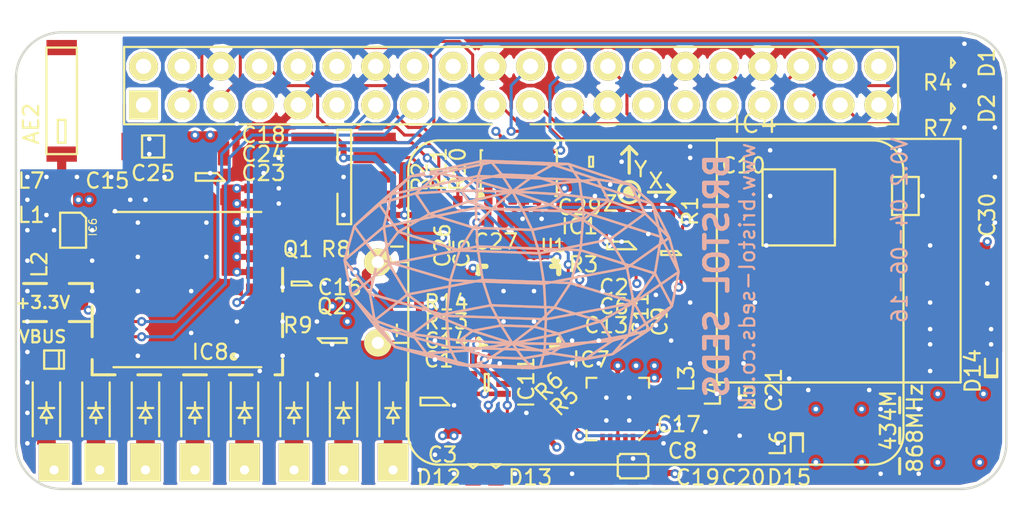
<source format=kicad_pcb>
(kicad_pcb (version 4) (host pcbnew 4.0.2-stable)
  (layers (0 F.Cu signal) (1 GND.Cu signal hide) (2 PWR.Cu signal hide) (31 B.Cu signal hide) (35 F.Paste user) (36 B.SilkS user) (37 F.SilkS user) (38 B.Mask user hide) (39 F.Mask user) (44 Edge.Cuts user))
  (net 0 "")
  (net 1 "Net-(AE2-Pad1)")
  (net 2 GND)
  (net 3 VDD)
  (net 4 "Net-(C3-Pad1)")
  (net 5 16_TCXO)
  (net 6 +3V3)
  (net 7 +5VP)
  (net 8 /SI_TX)
  (net 9 "Net-(C17-Pad2)")
  (net 10 "Net-(C19-Pad1)")
  (net 11 "Net-(C20-Pad1)")
  (net 12 "Net-(C22-Pad1)")
  (net 13 "Net-(D1-Pad2)")
  (net 14 "Net-(D2-Pad2)")
  (net 15 "Net-(D3-Pad2)")
  (net 16 "Net-(D4-Pad2)")
  (net 17 "Net-(D5-Pad2)")
  (net 18 "Net-(D6-Pad2)")
  (net 19 "Net-(D7-Pad2)")
  (net 20 "Net-(D8-Pad2)")
  (net 21 "Net-(D9-Pad2)")
  (net 22 "Net-(D10-Pad2)")
  (net 23 /WDI~RESET)
  (net 24 WDI)
  (net 25 /EXT~RESET)
  (net 26 "Net-(IC4-Pad16)")
  (net 27 "Net-(IC4-Pad15)")
  (net 28 MISO)
  (net 29 CE1/DIO0)
  (net 30 MOSI)
  (net 31 SCK)
  (net 32 "Net-(IC4-Pad12)")
  (net 33 CE1/NSS)
  (net 34 "Net-(IC4-Pad11)")
  (net 35 "Net-(IC4-Pad6)")
  (net 36 CE1/DIO5)
  (net 37 SI_SDN)
  (net 38 "Net-(IC7-Pad2)")
  (net 39 "Net-(IC7-Pad3)")
  (net 40 "Net-(IC7-Pad5)")
  (net 41 "Net-(IC7-Pad7)")
  (net 42 "Net-(IC7-Pad9)")
  (net 43 SI_GPIO1)
  (net 44 SI_~IRQ)
  (net 45 SI_SCLK)
  (net 46 SI_MISO)
  (net 47 SI_MOSI)
  (net 48 SI_~SEL)
  (net 49 "Net-(IC7-Pad16)")
  (net 50 "Net-(IC7-Pad19)")
  (net 51 "Net-(IC7-Pad20)")
  (net 52 /MAX_RF_IN)
  (net 53 "Net-(IC8-Pad13)")
  (net 54 "Net-(IC8-Pad14)")
  (net 55 "Net-(IC8-Pad15)")
  (net 56 UBX_SDA)
  (net 57 UBX_SCL)
  (net 58 "Net-(IC8-Pad18)")
  (net 59 "Net-(IC8-Pad5)")
  (net 60 UBX_TIMEPULSE)
  (net 61 "Net-(IC8-Pad3)")
  (net 62 "Net-(IC8-Pad2)")
  (net 63 "Net-(IC6-Pad4)")
  (net 64 "Net-(IC6-Pad5)")
  (net 65 /SWDIO)
  (net 66 /SWCLK)
  (net 67 "Net-(P1-Pad6)")
  (net 68 "Net-(P1-Pad7)")
  (net 69 "Net-(P1-Pad8)")
  (net 70 "Net-(P2-Pad1)")
  (net 71 "Net-(P2-Pad7)")
  (net 72 UART_POAI)
  (net 73 UART_PIAO)
  (net 74 "Net-(P2-Pad11)")
  (net 75 "Net-(P2-Pad12)")
  (net 76 "Net-(P2-Pad16)")
  (net 77 "Net-(P2-Pad17)")
  (net 78 "Net-(P2-Pad18)")
  (net 79 "Net-(P2-Pad27)")
  (net 80 "Net-(P2-Pad28)")
  (net 81 "Net-(P2-Pad29)")
  (net 82 "Net-(P2-Pad31)")
  (net 83 "Net-(P2-Pad33)")
  (net 84 LED_WARN)
  (net 85 "Net-(P2-Pad40)")
  (net 86 "Net-(Q1-Pad1)")
  (net 87 LED_OK)
  (net 88 VP_EN)
  (net 89 "Net-(U1-Pad1)")
  (net 90 "Net-(U1-Pad2)")
  (net 91 "Net-(U1-Pad3)")
  (net 92 "Net-(U1-Pad4)")
  (net 93 "Net-(U1-Pad5)")
  (net 94 "Net-(U1-Pad6)")
  (net 95 "Net-(U1-Pad11)")
  (net 96 "Net-(U1-Pad12)")
  (net 97 "Net-(U1-Pad25)")
  (net 98 "Net-(IC5-Pad1)")
  (net 99 /SAM_TCXO)
  (net 100 /SI_TCXO)
  (net 101 /V_CORE)
  (net 102 VBUS)
  (net 103 "Net-(IC6-Pad3)")
  (net 104 "Net-(D12-Pad2)")
  (net 105 "Net-(D13-Pad2)")
  (net 106 /A_TX)
  (net 107 /A_RX)
  (net 108 LED_1)
  (net 109 /VBUS_SENSE)
  (net 110 LED_2)
  (net 111 /~RST)
  (net 112 "Net-(IC10-Pad3)")
  (net 113 ADXL_INT1)
  (net 114 ADXL_INT2)
  (net 115 "Net-(IC10-Pad10)")
  (net 116 "Net-(IC10-Pad11)")
  (net 117 PI_SDA)
  (net 118 PI_SCL)
  (net 119 /VP_CTRL)
  (net 120 /868_ANT)
  (net 121 /SI_ANT)
  (net 122 /TCXO_BUF_IN)
  (module rem:RFM95_96_97_98W (layer F.Cu) (at 121.5 111.5 270)
    (fp_text reference IC4 (at -9 5.5 360) (layer F.SilkS) (effects (font (size 1.2 1.2))))
    (fp_text value RFM95_96_97_98W)
    (pad 16 smd rect (at -7 -8 270) (size 1.3 2) (layers F.Cu F.Paste F.Mask) (net 26 "Net-(IC4-Pad16)"))
    (pad 1 smd rect (at -7 8 270) (size 1.3 2) (layers F.Cu F.Paste F.Mask) (net 2 GND))
    (pad 15 smd rect (at -5 -8 270) (size 1.3 2) (layers F.Cu F.Paste F.Mask) (net 27 "Net-(IC4-Pad15)"))
    (pad 2 smd rect (at -5 8 270) (size 1.3 2) (layers F.Cu F.Paste F.Mask) (net 28 MISO))
    (pad 14 smd rect (at -3 -8 270) (size 1.3 2) (layers F.Cu F.Paste F.Mask) (net 29 CE1/DIO0))
    (pad 3 smd rect (at -3 8 270) (size 1.3 2) (layers F.Cu F.Paste F.Mask) (net 30 MOSI))
    (pad 13 smd rect (at -1 -8 270) (size 1.3 2) (layers F.Cu F.Paste F.Mask) (net 6 +3V3))
    (pad 4 smd rect (at -1 8 270) (size 1.3 2) (layers F.Cu F.Paste F.Mask) (net 31 SCK))
    (pad 12 smd rect (at 1 -8 270) (size 1.3 2) (layers F.Cu F.Paste F.Mask) (net 32 "Net-(IC4-Pad12)"))
    (pad 5 smd rect (at 1 8 270) (size 1.3 2) (layers F.Cu F.Paste F.Mask) (net 33 CE1/NSS))
    (pad 11 smd rect (at 3 -8 270) (size 1.3 2) (layers F.Cu F.Paste F.Mask) (net 34 "Net-(IC4-Pad11)"))
    (pad 6 smd rect (at 3 8 270) (size 1.3 2) (layers F.Cu F.Paste F.Mask) (net 35 "Net-(IC4-Pad6)"))
    (pad 10 smd rect (at 5 -8 270) (size 1.3 2) (layers F.Cu F.Paste F.Mask) (net 2 GND))
    (pad 7 smd rect (at 5 8 270) (size 1.3 2) (layers F.Cu F.Paste F.Mask) (net 36 CE1/DIO5))
    (pad 9 smd rect (at 7 -8 270) (size 1.3 2) (layers F.Cu F.Paste F.Mask) (net 120 /868_ANT))
    (pad 8 smd rect (at 7 8 270) (size 1.3 2) (layers F.Cu F.Paste F.Mask) (net 2 GND))
  )
  (module agg:0402 (layer F.Cu) (at 93.5 118)
    (fp_text reference C1 (at 1.75 0) (layer F.SilkS))
    (fp_text value 1µF)
    (pad 1 smd rect (at -0.45 0) (size 0.62 0.62) (layers F.Cu F.Paste F.Mask) (net 102 VBUS))
    (pad 2 smd rect (at 0.45 0) (size 0.62 0.62) (layers F.Cu F.Paste F.Mask) (net 2 GND))
  )
  (module agg:0402 (layer F.Cu) (at 104.75 113.5)
    (fp_text reference C2 (at 2 -0.25) (layer F.SilkS))
    (fp_text value 100nF)
    (pad 1 smd rect (at -0.45 0) (size 0.62 0.62) (layers F.Cu F.Paste F.Mask) (net 3 VDD))
    (pad 2 smd rect (at 0.45 0) (size 0.62 0.62) (layers F.Cu F.Paste F.Mask) (net 2 GND))
  )
  (module agg:0402 (layer F.Cu) (at 94 123.75 270)
    (fp_text reference C3 (at 0.5 -1.5 360) (layer F.SilkS))
    (fp_text value 100nF)
    (pad 1 smd rect (at -0.45 0 270) (size 0.62 0.62) (layers F.Cu F.Paste F.Mask) (net 4 "Net-(C3-Pad1)"))
    (pad 2 smd rect (at 0.45 0 270) (size 0.62 0.62) (layers F.Cu F.Paste F.Mask) (net 2 GND))
  )
  (module agg:0402 (layer F.Cu) (at 97.25 122.25 90)
    (fp_text reference C4)
    (fp_text value 1µF)
    (pad 1 smd rect (at -0.45 0 90) (size 0.62 0.62) (layers F.Cu F.Paste F.Mask) (net 3 VDD))
    (pad 2 smd rect (at 0.45 0 90) (size 0.62 0.62) (layers F.Cu F.Paste F.Mask) (net 2 GND))
  )
  (module agg:0402 (layer F.Cu) (at 96.75 112.75 270)
    (fp_text reference C5 (at -1.75 0 270) (layer F.SilkS))
    (fp_text value 100pF)
    (pad 1 smd rect (at -0.45 0 270) (size 0.62 0.62) (layers F.Cu F.Paste F.Mask) (net 3 VDD))
    (pad 2 smd rect (at 0.45 0 270) (size 0.62 0.62) (layers F.Cu F.Paste F.Mask) (net 2 GND))
  )
  (module agg:0402 (layer F.Cu) (at 104.75 114.5)
    (fp_text reference C6 (at 2 0) (layer F.SilkS))
    (fp_text value 100nF)
    (pad 1 smd rect (at -0.45 0) (size 0.62 0.62) (layers F.Cu F.Paste F.Mask) (net 101 /V_CORE))
    (pad 2 smd rect (at 0.45 0) (size 0.62 0.62) (layers F.Cu F.Paste F.Mask) (net 2 GND))
  )
  (module agg:0402 (layer F.Cu) (at 105 125 270)
    (fp_text reference C7)
    (fp_text value 100nF)
    (pad 1 smd rect (at -0.45 0 270) (size 0.62 0.62) (layers F.Cu F.Paste F.Mask) (net 122 /TCXO_BUF_IN))
    (pad 2 smd rect (at 0.45 0 270) (size 0.62 0.62) (layers F.Cu F.Paste F.Mask) (net 5 16_TCXO))
  )
  (module agg:0402 (layer F.Cu) (at 110 125 90)
    (fp_text reference C8 (at 1 1.25 180) (layer F.SilkS))
    (fp_text value 1µF)
    (pad 1 smd rect (at -0.45 0 90) (size 0.62 0.62) (layers F.Cu F.Paste F.Mask) (net 3 VDD))
    (pad 2 smd rect (at 0.45 0 90) (size 0.62 0.62) (layers F.Cu F.Paste F.Mask) (net 2 GND))
  )
  (module agg:0402 (layer F.Cu) (at 109.5 117.25 90)
    (fp_text reference C9 (at 1.75 0.25 90) (layer F.SilkS))
    (fp_text value 2.2µF)
    (pad 1 smd rect (at -0.45 0 90) (size 0.62 0.62) (layers F.Cu F.Paste F.Mask) (net 3 VDD))
    (pad 2 smd rect (at 0.45 0 90) (size 0.62 0.62) (layers F.Cu F.Paste F.Mask) (net 2 GND))
  )
  (module rem:PHV-5R4H505-R (layer F.Cu) (at 93.25 114.25)
    (fp_text reference C10 (at 22 -9) (layer F.SilkS))
    (fp_text value 5F,5.4V)
    (fp_text user - (at -0.75 -3.75) (layer F.SilkS))
    (fp_text user + (at -0.75 1.75) (layer F.SilkS))
    (pad 1 thru_hole circle (at -2 2.65) (size 1.8 1.8) (drill 0.8) (layers *.Cu *.Mask F.SilkS) (net 102 VBUS))
    (pad 2 thru_hole circle (at -2 -2.65) (size 1.8 1.8) (drill 0.8) (layers *.Cu *.Mask F.SilkS) (net 2 GND))
  )
  (module agg:0402 (layer F.Cu) (at 108.25 117.25 90)
    (fp_text reference C11 (at 2.25 0.25 90) (layer F.SilkS))
    (fp_text value 100nF)
    (pad 1 smd rect (at -0.45 0 90) (size 0.62 0.62) (layers F.Cu F.Paste F.Mask) (net 3 VDD))
    (pad 2 smd rect (at 0.45 0 90) (size 0.62 0.62) (layers F.Cu F.Paste F.Mask) (net 2 GND))
  )
  (module agg:0402 (layer F.Cu) (at 106 125 90)
    (fp_text reference C12)
    (fp_text value 100nF)
    (pad 1 smd rect (at -0.45 0 90) (size 0.62 0.62) (layers F.Cu F.Paste F.Mask) (net 5 16_TCXO))
    (pad 2 smd rect (at 0.45 0 90) (size 0.62 0.62) (layers F.Cu F.Paste F.Mask) (net 100 /SI_TCXO))
  )
  (module agg:0402 (layer F.Cu) (at 107 117.25 90)
    (fp_text reference C13 (at 1.5 -0.75 180) (layer F.SilkS))
    (fp_text value 100pF)
    (pad 1 smd rect (at -0.45 0 90) (size 0.62 0.62) (layers F.Cu F.Paste F.Mask) (net 3 VDD))
    (pad 2 smd rect (at 0.45 0 90) (size 0.62 0.62) (layers F.Cu F.Paste F.Mask) (net 2 GND))
  )
  (module agg:0402 (layer F.Cu) (at 93.5 116.75)
    (fp_text reference C14 (at 2.25 0) (layer F.SilkS))
    (fp_text value 100nF)
    (pad 1 smd rect (at -0.45 0) (size 0.62 0.62) (layers F.Cu F.Paste F.Mask) (net 102 VBUS))
    (pad 2 smd rect (at 0.45 0) (size 0.62 0.62) (layers F.Cu F.Paste F.Mask) (net 2 GND))
  )
  (module agg:0402 (layer F.Cu) (at 73.5 107.5)
    (fp_text reference C15 (at 0 -1.25) (layer F.SilkS))
    (fp_text value 1µF)
    (pad 1 smd rect (at -0.45 0) (size 0.62 0.62) (layers F.Cu F.Paste F.Mask) (net 6 +3V3))
    (pad 2 smd rect (at 0.45 0) (size 0.62 0.62) (layers F.Cu F.Paste F.Mask) (net 2 GND))
  )
  (module agg:0402 (layer F.Cu) (at 90.5 113.5 90)
    (fp_text reference C16 (at 0.25 -1.75 180) (layer F.SilkS))
    (fp_text value 100pF)
    (pad 1 smd rect (at -0.45 0 90) (size 0.62 0.62) (layers F.Cu F.Paste F.Mask) (net 7 +5VP))
    (pad 2 smd rect (at 0.45 0 90) (size 0.62 0.62) (layers F.Cu F.Paste F.Mask) (net 2 GND))
  )
  (module agg:0402 (layer F.Cu) (at 111 121)
    (fp_text reference C17 (at 0 1.25) (layer F.SilkS))
    (fp_text value 15pF)
    (pad 1 smd rect (at -0.45 0) (size 0.62 0.62) (layers F.Cu F.Paste F.Mask) (net 8 /SI_TX))
    (pad 2 smd rect (at 0.45 0) (size 0.62 0.62) (layers F.Cu F.Paste F.Mask) (net 9 "Net-(C17-Pad2)"))
  )
  (module agg:0402 (layer F.Cu) (at 81.5 103.25)
    (fp_text reference C18 (at 2.25 0) (layer F.SilkS))
    (fp_text value 1µF)
    (pad 1 smd rect (at -0.45 0) (size 0.62 0.62) (layers F.Cu F.Paste F.Mask) (net 7 +5VP))
    (pad 2 smd rect (at 0.45 0) (size 0.62 0.62) (layers F.Cu F.Paste F.Mask) (net 2 GND))
  )
  (module agg:0402 (layer F.Cu) (at 113.75 123.25 270)
    (fp_text reference C19 (at 2.5 1.5 360) (layer F.SilkS))
    (fp_text value 8.2pF)
    (pad 1 smd rect (at -0.45 0 270) (size 0.62 0.62) (layers F.Cu F.Paste F.Mask) (net 10 "Net-(C19-Pad1)"))
    (pad 2 smd rect (at 0.45 0 270) (size 0.62 0.62) (layers F.Cu F.Paste F.Mask) (net 2 GND))
  )
  (module agg:0402 (layer F.Cu) (at 116 123.5 270)
    (fp_text reference C20 (at 2.25 0.75 360) (layer F.SilkS))
    (fp_text value 15pF)
    (pad 1 smd rect (at -0.45 0 270) (size 0.62 0.62) (layers F.Cu F.Paste F.Mask) (net 11 "Net-(C20-Pad1)"))
    (pad 2 smd rect (at 0.45 0 270) (size 0.62 0.62) (layers F.Cu F.Paste F.Mask) (net 2 GND))
  )
  (module agg:0402 (layer F.Cu) (at 118.25 120.75 90)
    (fp_text reference C21 (at 0.75 -1 90) (layer F.SilkS))
    (fp_text value 8.2pF)
    (pad 1 smd rect (at -0.45 0 90) (size 0.62 0.62) (layers F.Cu F.Paste F.Mask) (net 121 /SI_ANT))
    (pad 2 smd rect (at 0.45 0 90) (size 0.62 0.62) (layers F.Cu F.Paste F.Mask) (net 2 GND))
  )
  (module agg:0402 (layer F.Cu) (at 77.5 107.5 180)
    (fp_text reference C22)
    (fp_text value 100nF)
    (pad 1 smd rect (at -0.45 0 180) (size 0.62 0.62) (layers F.Cu F.Paste F.Mask) (net 12 "Net-(C22-Pad1)"))
    (pad 2 smd rect (at 0.45 0 180) (size 0.62 0.62) (layers F.Cu F.Paste F.Mask) (net 2 GND))
  )
  (module agg:0402 (layer F.Cu) (at 83.25 107.75)
    (fp_text reference C23 (at 0.5 -2) (layer F.SilkS))
    (fp_text value 10nF)
    (pad 1 smd rect (at -0.45 0) (size 0.62 0.62) (layers F.Cu F.Paste F.Mask) (net 6 +3V3))
    (pad 2 smd rect (at 0.45 0) (size 0.62 0.62) (layers F.Cu F.Paste F.Mask) (net 2 GND))
  )
  (module agg:0603-LED (layer F.Cu) (at 129 98.5 180)
    (fp_text reference D1 (at -2.225 0 270) (layer F.SilkS))
    (fp_text value LED-WARN)
    (pad 1 smd rect (at -0.8 0 180) (size 0.95 1) (layers F.Cu F.Paste F.Mask) (net 2 GND))
    (pad 2 smd rect (at 0.8 0 180) (size 0.95 1) (layers F.Cu F.Paste F.Mask) (net 13 "Net-(D1-Pad2)"))
  )
  (module agg:0603-LED (layer F.Cu) (at 129 101.5 180)
    (fp_text reference D2 (at -2.225 0 270) (layer F.SilkS))
    (fp_text value LED-OK)
    (pad 1 smd rect (at -0.8 0 180) (size 0.95 1) (layers F.Cu F.Paste F.Mask) (net 2 GND))
    (pad 2 smd rect (at 0.8 0 180) (size 0.95 1) (layers F.Cu F.Paste F.Mask) (net 14 "Net-(D2-Pad2)"))
  )
  (module Diodes_SMD:SOD-123 (layer F.Cu) (at 69.5 121.5 270)
    (fp_text reference D3)
    (fp_text value RB161M)
    (pad 1 smd rect (at -1.635 0 270) (size 0.91 1.22) (layers F.Cu F.Paste F.Mask) (net 102 VBUS))
    (pad 2 smd rect (at 1.635 0 270) (size 0.91 1.22) (layers F.Cu F.Paste F.Mask) (net 15 "Net-(D3-Pad2)"))
  )
  (module Diodes_SMD:SOD-123 (layer F.Cu) (at 72.75 121.5 270)
    (fp_text reference D4)
    (fp_text value RB161M)
    (pad 1 smd rect (at -1.635 0 270) (size 0.91 1.22) (layers F.Cu F.Paste F.Mask) (net 102 VBUS))
    (pad 2 smd rect (at 1.635 0 270) (size 0.91 1.22) (layers F.Cu F.Paste F.Mask) (net 16 "Net-(D4-Pad2)"))
  )
  (module Diodes_SMD:SOD-123 (layer F.Cu) (at 76 121.5 270)
    (fp_text reference D5)
    (fp_text value RB161M)
    (pad 1 smd rect (at -1.635 0 270) (size 0.91 1.22) (layers F.Cu F.Paste F.Mask) (net 102 VBUS))
    (pad 2 smd rect (at 1.635 0 270) (size 0.91 1.22) (layers F.Cu F.Paste F.Mask) (net 17 "Net-(D5-Pad2)"))
  )
  (module Diodes_SMD:SOD-123 (layer F.Cu) (at 79.25 121.5 270)
    (fp_text reference D6)
    (fp_text value RB161M)
    (pad 1 smd rect (at -1.635 0 270) (size 0.91 1.22) (layers F.Cu F.Paste F.Mask) (net 102 VBUS))
    (pad 2 smd rect (at 1.635 0 270) (size 0.91 1.22) (layers F.Cu F.Paste F.Mask) (net 18 "Net-(D6-Pad2)"))
  )
  (module Diodes_SMD:SOD-123 (layer F.Cu) (at 82.5 121.5 270)
    (fp_text reference D7)
    (fp_text value RB161M)
    (pad 1 smd rect (at -1.635 0 270) (size 0.91 1.22) (layers F.Cu F.Paste F.Mask) (net 102 VBUS))
    (pad 2 smd rect (at 1.635 0 270) (size 0.91 1.22) (layers F.Cu F.Paste F.Mask) (net 19 "Net-(D7-Pad2)"))
  )
  (module Diodes_SMD:SOD-123 (layer F.Cu) (at 85.75 121.5 270)
    (fp_text reference D8)
    (fp_text value RB161M)
    (pad 1 smd rect (at -1.635 0 270) (size 0.91 1.22) (layers F.Cu F.Paste F.Mask) (net 102 VBUS))
    (pad 2 smd rect (at 1.635 0 270) (size 0.91 1.22) (layers F.Cu F.Paste F.Mask) (net 20 "Net-(D8-Pad2)"))
  )
  (module Diodes_SMD:SOD-123 (layer F.Cu) (at 89 121.5 270)
    (fp_text reference D9)
    (fp_text value RB161M)
    (pad 1 smd rect (at -1.635 0 270) (size 0.91 1.22) (layers F.Cu F.Paste F.Mask) (net 102 VBUS))
    (pad 2 smd rect (at 1.635 0 270) (size 0.91 1.22) (layers F.Cu F.Paste F.Mask) (net 21 "Net-(D9-Pad2)"))
  )
  (module Diodes_SMD:SOD-123 (layer F.Cu) (at 92.25 121.5 270)
    (fp_text reference D10)
    (fp_text value RB161M)
    (pad 1 smd rect (at -1.635 0 270) (size 0.91 1.22) (layers F.Cu F.Paste F.Mask) (net 102 VBUS))
    (pad 2 smd rect (at 1.635 0 270) (size 0.91 1.22) (layers F.Cu F.Paste F.Mask) (net 22 "Net-(D10-Pad2)"))
  )
  (module agg:SOD-323 (layer F.Cu) (at 70 118 180)
    (fp_text reference D11)
    (fp_text value 5.1V)
    (pad 1 smd rect (at -1.3 0 180) (size 0.9 0.5) (layers F.Cu F.Paste F.Mask) (net 102 VBUS))
    (pad 2 smd rect (at 1.3 0 180) (size 0.9 0.5) (layers F.Cu F.Paste F.Mask) (net 2 GND))
  )
  (module agg:SOT-23-5 (layer F.Cu) (at 107.25 110.5 270)
    (fp_text reference IC1 (at -1.25 2.75 360) (layer F.SilkS))
    (fp_text value ADM6823T)
    (pad 1 smd rect (at -1.3 -0.95 270) (size 1.1 0.6) (layers F.Cu F.Paste F.Mask) (net 23 /WDI~RESET))
    (pad 2 smd rect (at -1.3 0 270) (size 1.1 0.6) (layers F.Cu F.Paste F.Mask) (net 2 GND))
    (pad 3 smd rect (at -1.3 0.95 270) (size 1.1 0.6) (layers F.Cu F.Paste F.Mask) (net 3 VDD))
    (pad 4 smd rect (at 1.3 0.95 270) (size 1.1 0.6) (layers F.Cu F.Paste F.Mask) (net 24 WDI))
    (pad 5 smd rect (at 1.3 -0.95 270) (size 1.1 0.6) (layers F.Cu F.Paste F.Mask) (net 3 VDD))
  )
  (module agg:SOT-23-5 (layer F.Cu) (at 95 120.75 270)
    (fp_text reference IC2)
    (fp_text value TPS73633)
    (pad 1 smd rect (at -1.3 -0.95 270) (size 1.1 0.6) (layers F.Cu F.Paste F.Mask) (net 102 VBUS))
    (pad 2 smd rect (at -1.3 0 270) (size 1.1 0.6) (layers F.Cu F.Paste F.Mask) (net 2 GND))
    (pad 3 smd rect (at -1.3 0.95 270) (size 1.1 0.6) (layers F.Cu F.Paste F.Mask) (net 102 VBUS))
    (pad 4 smd rect (at 1.3 0.95 270) (size 1.1 0.6) (layers F.Cu F.Paste F.Mask) (net 4 "Net-(C3-Pad1)"))
    (pad 5 smd rect (at 1.3 -0.95 270) (size 1.1 0.6) (layers F.Cu F.Paste F.Mask) (net 3 VDD))
  )
  (module agg:SC-70-5 (layer F.Cu) (at 110.5 111 270)
    (fp_text reference IC3)
    (fp_text value 74LVC1G32)
    (pad 1 smd rect (at -1.1 -0.65 270) (size 0.95 0.4) (layers F.Cu F.Paste F.Mask) (net 25 /EXT~RESET))
    (pad 2 smd rect (at -1.1 0 270) (size 0.95 0.4) (layers F.Cu F.Paste F.Mask) (net 23 /WDI~RESET))
    (pad 3 smd rect (at -1.1 0.65 270) (size 0.95 0.4) (layers F.Cu F.Paste F.Mask) (net 2 GND))
    (pad 4 smd rect (at 1.1 0.65 270) (size 0.95 0.4) (layers F.Cu F.Paste F.Mask) (net 111 /~RST))
    (pad 5 smd rect (at 1.1 -0.65 270) (size 0.95 0.4) (layers F.Cu F.Paste F.Mask) (net 3 VDD))
  )
  (module agg:QFN-20-EP-SI (layer F.Cu) (at 107 121.25 180)
    (fp_text reference IC7 (at 1.75 3.25 180) (layer F.SilkS))
    (fp_text value Si4460)
    (pad 1 smd rect (at -2 -1 180) (size 0.75 0.3) (layers F.Cu F.Paste F.Mask) (net 37 SI_SDN))
    (pad 2 smd rect (at -2 -0.5 180) (size 0.75 0.3) (layers F.Cu F.Paste F.Mask) (net 38 "Net-(IC7-Pad2)"))
    (pad 3 smd rect (at -2 0 180) (size 0.75 0.3) (layers F.Cu F.Paste F.Mask) (net 39 "Net-(IC7-Pad3)"))
    (pad 4 smd rect (at -2 0.5 180) (size 0.75 0.3) (layers F.Cu F.Paste F.Mask) (net 8 /SI_TX))
    (pad 5 smd rect (at -2 1 180) (size 0.75 0.3) (layers F.Cu F.Paste F.Mask) (net 40 "Net-(IC7-Pad5)"))
    (pad 6 smd rect (at -1 2 180) (size 0.3 0.75) (layers F.Cu F.Paste F.Mask) (net 3 VDD))
    (pad 7 smd rect (at -0.5 2 180) (size 0.3 0.75) (layers F.Cu F.Paste F.Mask) (net 41 "Net-(IC7-Pad7)"))
    (pad 8 smd rect (at 0 2 180) (size 0.3 0.75) (layers F.Cu F.Paste F.Mask) (net 3 VDD))
    (pad 9 smd rect (at 0.5 2 180) (size 0.3 0.75) (layers F.Cu F.Paste F.Mask) (net 42 "Net-(IC7-Pad9)"))
    (pad 10 smd rect (at 1 2 180) (size 0.3 0.75) (layers F.Cu F.Paste F.Mask) (net 43 SI_GPIO1))
    (pad 11 smd rect (at 2 1 180) (size 0.75 0.3) (layers F.Cu F.Paste F.Mask) (net 44 SI_~IRQ))
    (pad 12 smd rect (at 2 0.5 180) (size 0.75 0.3) (layers F.Cu F.Paste F.Mask) (net 45 SI_SCLK))
    (pad 13 smd rect (at 2 0 180) (size 0.75 0.3) (layers F.Cu F.Paste F.Mask) (net 46 SI_MISO))
    (pad 14 smd rect (at 2 -0.5 180) (size 0.75 0.3) (layers F.Cu F.Paste F.Mask) (net 47 SI_MOSI))
    (pad 15 smd rect (at 2 -1 180) (size 0.75 0.3) (layers F.Cu F.Paste F.Mask) (net 48 SI_~SEL))
    (pad 16 smd rect (at 1 -2 180) (size 0.3 0.75) (layers F.Cu F.Paste F.Mask) (net 49 "Net-(IC7-Pad16)"))
    (pad 17 smd rect (at 0.5 -2 180) (size 0.3 0.75) (layers F.Cu F.Paste F.Mask) (net 100 /SI_TCXO))
    (pad 18 smd rect (at 0 -2 180) (size 0.3 0.75) (layers F.Cu F.Paste F.Mask) (net 2 GND))
    (pad 19 smd rect (at -0.5 -2 180) (size 0.3 0.75) (layers F.Cu F.Paste F.Mask) (net 50 "Net-(IC7-Pad19)"))
    (pad 20 smd rect (at -1 -2 180) (size 0.3 0.75) (layers F.Cu F.Paste F.Mask) (net 51 "Net-(IC7-Pad20)"))
    (pad EP smd rect (at -0.65 -0.65 180) (size 1.1 1.1) (layers F.Cu F.Paste) (net 2 GND))
    (pad EP smd rect (at -0.65 0.65 180) (size 1.1 1.1) (layers F.Cu F.Paste) (net 2 GND))
    (pad EP smd rect (at 0.65 -0.65 180) (size 1.1 1.1) (layers F.Cu F.Paste) (net 2 GND))
    (pad EP smd rect (at 0.65 0.65 180) (size 1.1 1.1) (layers F.Cu F.Paste) (net 2 GND))
    (pad EP smd rect (at 0 0 180) (size 2.6 2.6) (layers F.Cu F.Mask) (net 2 GND))
  )
  (module agg-unchecked:MAX-7Q (layer F.Cu) (at 74 109)
    (fp_text reference IC8 (at 6.25 8.5) (layer F.SilkS))
    (fp_text value MAX-7Q hide)
    (pad 10 smd rect (at 0 0) (size 1.8 0.7) (layers F.Cu F.Paste F.Mask) (net 2 GND))
    (pad 11 smd rect (at 0 1.1) (size 1.8 0.8) (layers F.Cu F.Paste F.Mask) (net 52 /MAX_RF_IN))
    (pad 12 smd rect (at 0 2.2) (size 1.8 0.8) (layers F.Cu F.Paste F.Mask) (net 2 GND))
    (pad 13 smd rect (at 0 3.3) (size 1.8 0.8) (layers F.Cu F.Paste F.Mask) (net 53 "Net-(IC8-Pad13)"))
    (pad 14 smd rect (at 0 4.4) (size 1.8 0.8) (layers F.Cu F.Paste F.Mask) (net 54 "Net-(IC8-Pad14)"))
    (pad 15 smd rect (at 0 5.5) (size 1.8 0.8) (layers F.Cu F.Paste F.Mask) (net 55 "Net-(IC8-Pad15)"))
    (pad 16 smd rect (at 0 6.6) (size 1.8 0.8) (layers F.Cu F.Paste F.Mask) (net 56 UBX_SDA))
    (pad 17 smd rect (at 0 7.7) (size 1.8 0.8) (layers F.Cu F.Paste F.Mask) (net 57 UBX_SCL))
    (pad 18 smd rect (at 0 8.8) (size 1.8 0.7) (layers F.Cu F.Paste F.Mask) (net 58 "Net-(IC8-Pad18)"))
    (pad 9 smd rect (at 9.5 0) (size 1.8 0.7) (layers F.Cu F.Paste F.Mask) (net 6 +3V3))
    (pad 1 smd rect (at 9.5 8.8) (size 1.8 0.7) (layers F.Cu F.Paste F.Mask) (net 2 GND))
    (pad 8 smd rect (at 9.5 1.1) (size 1.8 0.8) (layers F.Cu F.Paste F.Mask) (net 6 +3V3))
    (pad 7 smd rect (at 9.5 2.2) (size 1.8 0.8) (layers F.Cu F.Paste F.Mask) (net 6 +3V3))
    (pad 6 smd rect (at 9.5 3.3) (size 1.8 0.8) (layers F.Cu F.Paste F.Mask) (net 6 +3V3))
    (pad 5 smd rect (at 9.5 4.4) (size 1.8 0.8) (layers F.Cu F.Paste F.Mask) (net 59 "Net-(IC8-Pad5)"))
    (pad 4 smd rect (at 9.5 5.5) (size 1.8 0.8) (layers F.Cu F.Paste F.Mask) (net 60 UBX_TIMEPULSE))
    (pad 3 smd rect (at 9.5 6.6) (size 1.8 0.8) (layers F.Cu F.Paste F.Mask) (net 61 "Net-(IC8-Pad3)"))
    (pad 2 smd rect (at 9.5 7.7) (size 1.8 0.8) (layers F.Cu F.Paste F.Mask) (net 62 "Net-(IC8-Pad2)"))
  )
  (module agg:SOT-23-5 (layer F.Cu) (at 80.25 106 270)
    (fp_text reference IC9)
    (fp_text value TPS73633)
    (pad 1 smd rect (at -1.3 -0.95 270) (size 1.1 0.6) (layers F.Cu F.Paste F.Mask) (net 7 +5VP))
    (pad 2 smd rect (at -1.3 0 270) (size 1.1 0.6) (layers F.Cu F.Paste F.Mask) (net 2 GND))
    (pad 3 smd rect (at -1.3 0.95 270) (size 1.1 0.6) (layers F.Cu F.Paste F.Mask) (net 7 +5VP))
    (pad 4 smd rect (at 1.3 0.95 270) (size 1.1 0.6) (layers F.Cu F.Paste F.Mask) (net 12 "Net-(C22-Pad1)"))
    (pad 5 smd rect (at 1.3 -0.95 270) (size 1.1 0.6) (layers F.Cu F.Paste F.Mask) (net 6 +3V3))
  )
  (module agg:0402 (layer F.Cu) (at 70 107.5 180)
    (fp_text reference L1 (at 1.5 -1 180) (layer F.SilkS))
    (fp_text value 8.2nH)
    (pad 1 smd rect (at -0.45 0 180) (size 0.62 0.62) (layers F.Cu F.Paste F.Mask) (net 103 "Net-(IC6-Pad3)"))
    (pad 2 smd rect (at 0.45 0 180) (size 0.62 0.62) (layers F.Cu F.Paste F.Mask) (net 2 GND))
  )
  (module agg:0402 (layer F.Cu) (at 70.75 111.75)
    (fp_text reference L2 (at -1.71 0 90) (layer F.SilkS))
    (fp_text value 8.2nH)
    (pad 1 smd rect (at -0.45 0) (size 0.62 0.62) (layers F.Cu F.Paste F.Mask) (net 63 "Net-(IC6-Pad4)"))
    (pad 2 smd rect (at 0.45 0) (size 0.62 0.62) (layers F.Cu F.Paste F.Mask) (net 64 "Net-(IC6-Pad5)"))
  )
  (module agg:0402 (layer F.Cu) (at 110.25 119.25 270)
    (fp_text reference L3 (at 0 -1.25 270) (layer F.SilkS))
    (fp_text value 470nH)
    (pad 1 smd rect (at -0.45 0 270) (size 0.62 0.62) (layers F.Cu F.Paste F.Mask) (net 3 VDD))
    (pad 2 smd rect (at 0.45 0 270) (size 0.62 0.62) (layers F.Cu F.Paste F.Mask) (net 8 /SI_TX))
  )
  (module agg:0402 (layer F.Cu) (at 113.25 121.5)
    (fp_text reference L4 (at 0 -1.25 90) (layer F.SilkS))
    (fp_text value 56nH)
    (pad 1 smd rect (at -0.45 0) (size 0.62 0.62) (layers F.Cu F.Paste F.Mask) (net 9 "Net-(C17-Pad2)"))
    (pad 2 smd rect (at 0.45 0) (size 0.62 0.62) (layers F.Cu F.Paste F.Mask) (net 10 "Net-(C19-Pad1)"))
  )
  (module agg:0402 (layer F.Cu) (at 115.5 121.75)
    (fp_text reference L5 (at 0 -1.25 90) (layer F.SilkS))
    (fp_text value 18nH)
    (pad 1 smd rect (at -0.45 0) (size 0.62 0.62) (layers F.Cu F.Paste F.Mask) (net 10 "Net-(C19-Pad1)"))
    (pad 2 smd rect (at 0.45 0) (size 0.62 0.62) (layers F.Cu F.Paste F.Mask) (net 11 "Net-(C20-Pad1)"))
  )
  (module agg:0402 (layer F.Cu) (at 117.75 122.25)
    (fp_text reference L6 (at -0.25 1.25 90) (layer F.SilkS))
    (fp_text value 18nH)
    (pad 1 smd rect (at -0.45 0) (size 0.62 0.62) (layers F.Cu F.Paste F.Mask) (net 11 "Net-(C20-Pad1)"))
    (pad 2 smd rect (at 0.45 0) (size 0.62 0.62) (layers F.Cu F.Paste F.Mask) (net 121 /SI_ANT))
  )
  (module agg:SOT-323 (layer F.Cu) (at 86.25 113 270)
    (fp_text reference Q1 (at -2.25 0.25 360) (layer F.SilkS))
    (fp_text value BC847CW)
    (pad 1 smd rect (at -1.05 -0.65 270) (size 0.85 0.55) (layers F.Cu F.Paste F.Mask) (net 86 "Net-(Q1-Pad1)"))
    (pad 2 smd rect (at -1.05 0.65 270) (size 0.85 0.55) (layers F.Cu F.Paste F.Mask) (net 2 GND))
    (pad 3 smd rect (at 1.05 0 270) (size 0.85 0.55) (layers F.Cu F.Paste F.Mask) (net 119 /VP_CTRL))
  )
  (module agg:0402 (layer F.Cu) (at 110 108.5 180)
    (fp_text reference R1 (at -1.75 0.25 270) (layer F.SilkS))
    (fp_text value 1MΩ)
    (pad 1 smd rect (at -0.45 0 180) (size 0.62 0.62) (layers F.Cu F.Paste F.Mask) (net 23 /WDI~RESET))
    (pad 2 smd rect (at 0.45 0 180) (size 0.62 0.62) (layers F.Cu F.Paste F.Mask) (net 2 GND))
  )
  (module agg:0402 (layer F.Cu) (at 94 108 90)
    (fp_text reference R2 (at 2 0 90) (layer F.SilkS))
    (fp_text value 10kΩ)
    (pad 1 smd rect (at -0.45 0 90) (size 0.62 0.62) (layers F.Cu F.Paste F.Mask) (net 25 /EXT~RESET))
    (pad 2 smd rect (at 0.45 0 90) (size 0.62 0.62) (layers F.Cu F.Paste F.Mask) (net 2 GND))
  )
  (module agg:0402 (layer F.Cu) (at 104.5 110.5 180)
    (fp_text reference R3 (at -0.25 -1.25 180) (layer F.SilkS))
    (fp_text value 1MΩ)
    (pad 1 smd rect (at -0.45 0 180) (size 0.62 0.62) (layers F.Cu F.Paste F.Mask) (net 24 WDI))
    (pad 2 smd rect (at 0.45 0 180) (size 0.62 0.62) (layers F.Cu F.Paste F.Mask) (net 2 GND))
  )
  (module agg:0402 (layer F.Cu) (at 126.5 99 90)
    (fp_text reference R4 (at -0.8 1.5 180) (layer F.SilkS))
    (fp_text value 330Ω)
    (pad 1 smd rect (at -0.45 0 90) (size 0.62 0.62) (layers F.Cu F.Paste F.Mask) (net 84 LED_WARN))
    (pad 2 smd rect (at 0.45 0 90) (size 0.62 0.62) (layers F.Cu F.Paste F.Mask) (net 13 "Net-(D1-Pad2)"))
  )
  (module agg:0402 (layer F.Cu) (at 102.75 122.75 45)
    (fp_text reference R5 (at 1.944544 -0.883883 45) (layer F.SilkS))
    (fp_text value 100kΩ)
    (pad 1 smd rect (at -0.45 0 45) (size 0.62 0.62) (layers F.Cu F.Paste F.Mask) (net 3 VDD))
    (pad 2 smd rect (at 0.45 0 45) (size 0.62 0.62) (layers F.Cu F.Paste F.Mask) (net 122 /TCXO_BUF_IN))
  )
  (module agg:0402 (layer F.Cu) (at 102 122 225)
    (fp_text reference R6 (at -1.944544 1.237437 225) (layer F.SilkS))
    (fp_text value 100kΩ)
    (pad 1 smd rect (at -0.45 0 225) (size 0.62 0.62) (layers F.Cu F.Paste F.Mask) (net 122 /TCXO_BUF_IN))
    (pad 2 smd rect (at 0.45 0 225) (size 0.62 0.62) (layers F.Cu F.Paste F.Mask) (net 2 GND))
  )
  (module agg:0402 (layer F.Cu) (at 126.5 102 90)
    (fp_text reference R7 (at -0.8 1.5 180) (layer F.SilkS))
    (fp_text value 330Ω)
    (pad 1 smd rect (at -0.45 0 90) (size 0.62 0.62) (layers F.Cu F.Paste F.Mask) (net 87 LED_OK))
    (pad 2 smd rect (at 0.45 0 90) (size 0.62 0.62) (layers F.Cu F.Paste F.Mask) (net 14 "Net-(D2-Pad2)"))
  )
  (module agg:0402 (layer F.Cu) (at 88.5 111.75 180)
    (fp_text reference R8 (at 0 1 180) (layer F.SilkS))
    (fp_text value 10kΩ)
    (pad 1 smd rect (at -0.45 0 180) (size 0.62 0.62) (layers F.Cu F.Paste F.Mask) (net 88 VP_EN))
    (pad 2 smd rect (at 0.45 0 180) (size 0.62 0.62) (layers F.Cu F.Paste F.Mask) (net 86 "Net-(Q1-Pad1)"))
  )
  (module agg:0402 (layer F.Cu) (at 86 117.5 90)
    (fp_text reference R9 (at 1.75 0 180) (layer F.SilkS))
    (fp_text value 100kΩ)
    (pad 1 smd rect (at -0.45 0 90) (size 0.62 0.62) (layers F.Cu F.Paste F.Mask) (net 102 VBUS))
    (pad 2 smd rect (at 0.45 0 90) (size 0.62 0.62) (layers F.Cu F.Paste F.Mask) (net 119 /VP_CTRL))
  )
  (module IPC7351-Nominal:QFN50P500X500X80-33 (layer F.Cu) (at 100.5 114.5 270)
    (fp_text reference U1 (at -4 -2.25 360) (layer F.SilkS) (effects (font (size 0.8 0.8))))
    (fp_text value ATSAMD20E17A-MU)
    (pad 1 smd oval (at -2.45 -1.75 270) (size 0.9 0.3) (layers F.Cu F.Paste F.Mask) (net 89 "Net-(U1-Pad1)"))
    (pad 2 smd oval (at -2.45 -1.25 270) (size 0.9 0.3) (layers F.Cu F.Paste F.Mask) (net 90 "Net-(U1-Pad2)"))
    (pad 3 smd oval (at -2.45 -0.75 270) (size 0.9 0.3) (layers F.Cu F.Paste F.Mask) (net 91 "Net-(U1-Pad3)"))
    (pad 4 smd oval (at -2.45 -0.25 270) (size 0.9 0.3) (layers F.Cu F.Paste F.Mask) (net 92 "Net-(U1-Pad4)"))
    (pad 5 smd oval (at -2.45 0.25 270) (size 0.9 0.3) (layers F.Cu F.Paste F.Mask) (net 93 "Net-(U1-Pad5)"))
    (pad 6 smd oval (at -2.45 0.75 270) (size 0.9 0.3) (layers F.Cu F.Paste F.Mask) (net 94 "Net-(U1-Pad6)"))
    (pad 7 smd oval (at -2.45 1.25 270) (size 0.9 0.3) (layers F.Cu F.Paste F.Mask) (net 106 /A_TX))
    (pad 8 smd oval (at -2.45 1.75 270) (size 0.9 0.3) (layers F.Cu F.Paste F.Mask) (net 107 /A_RX))
    (pad 9 smd oval (at -1.75 2.45 270) (size 0.3 0.9) (layers F.Cu F.Paste F.Mask) (net 3 VDD))
    (pad 10 smd oval (at -1.25 2.45 270) (size 0.3 0.9) (layers F.Cu F.Paste F.Mask) (net 2 GND))
    (pad 11 smd oval (at -0.75 2.45 270) (size 0.3 0.9) (layers F.Cu F.Paste F.Mask) (net 95 "Net-(U1-Pad11)"))
    (pad 12 smd oval (at -0.25 2.45 270) (size 0.3 0.9) (layers F.Cu F.Paste F.Mask) (net 96 "Net-(U1-Pad12)"))
    (pad 13 smd oval (at 0.25 2.45 270) (size 0.3 0.9) (layers F.Cu F.Paste F.Mask) (net 88 VP_EN))
    (pad 14 smd oval (at 0.75 2.45 270) (size 0.3 0.9) (layers F.Cu F.Paste F.Mask) (net 109 /VBUS_SENSE))
    (pad 15 smd oval (at 1.25 2.45 270) (size 0.3 0.9) (layers F.Cu F.Paste F.Mask) (net 99 /SAM_TCXO))
    (pad 16 smd oval (at 1.75 2.45 270) (size 0.3 0.9) (layers F.Cu F.Paste F.Mask) (net 108 LED_1))
    (pad 17 smd oval (at 2.45 1.75 270) (size 0.9 0.3) (layers F.Cu F.Paste F.Mask) (net 110 LED_2))
    (pad 18 smd oval (at 2.45 1.25 270) (size 0.9 0.3) (layers F.Cu F.Paste F.Mask) (net 37 SI_SDN))
    (pad 19 smd oval (at 2.45 0.75 270) (size 0.9 0.3) (layers F.Cu F.Paste F.Mask) (net 48 SI_~SEL))
    (pad 20 smd oval (at 2.45 0.25 270) (size 0.9 0.3) (layers F.Cu F.Paste F.Mask) (net 47 SI_MOSI))
    (pad 21 smd oval (at 2.45 -0.25 270) (size 0.9 0.3) (layers F.Cu F.Paste F.Mask) (net 46 SI_MISO))
    (pad 22 smd oval (at 2.45 -0.75 270) (size 0.9 0.3) (layers F.Cu F.Paste F.Mask) (net 45 SI_SCLK))
    (pad 23 smd oval (at 2.45 -1.25 270) (size 0.9 0.3) (layers F.Cu F.Paste F.Mask) (net 44 SI_~IRQ))
    (pad 24 smd oval (at 2.45 -1.75 270) (size 0.9 0.3) (layers F.Cu F.Paste F.Mask) (net 43 SI_GPIO1))
    (pad 25 smd oval (at 1.75 -2.45 270) (size 0.3 0.9) (layers F.Cu F.Paste F.Mask) (net 97 "Net-(U1-Pad25)"))
    (pad 26 smd oval (at 1.25 -2.45 270) (size 0.3 0.9) (layers F.Cu F.Paste F.Mask) (net 111 /~RST))
    (pad 27 smd oval (at 0.75 -2.45 270) (size 0.3 0.9) (layers F.Cu F.Paste F.Mask) (net 24 WDI))
    (pad 28 smd oval (at 0.25 -2.45 270) (size 0.3 0.9) (layers F.Cu F.Paste F.Mask) (net 2 GND))
    (pad 29 smd oval (at -0.25 -2.45 270) (size 0.3 0.9) (layers F.Cu F.Paste F.Mask) (net 101 /V_CORE))
    (pad 30 smd oval (at -0.75 -2.45 270) (size 0.3 0.9) (layers F.Cu F.Paste F.Mask) (net 3 VDD))
    (pad 31 smd oval (at -1.25 -2.45 270) (size 0.3 0.9) (layers F.Cu F.Paste F.Mask) (net 65 /SWDIO))
    (pad 32 smd oval (at -1.75 -2.45 270) (size 0.3 0.9) (layers F.Cu F.Paste F.Mask) (net 66 /SWCLK))
    (pad 33 smd rect (at 0 0 270) (size 3.2 3.2) (layers F.Cu F.Paste F.Mask) (net 2 GND))
  )
  (module rem:TSNP-7-10 (layer F.Cu) (at 71.25 109.5 180)
    (fp_text reference IC6 (at -1.3 0.2 270) (layer F.SilkS) (effects (font (size 0.5 0.5) (thickness 0.075))))
    (fp_text value BGM1034N7)
    (pad 6 smd rect (at -0.54 -1.09 180) (size 0.28 0.5) (layers F.Cu F.Mask) (net 52 /MAX_RF_IN))
    (pad 1 smd rect (at -0.54 1.09 180) (size 0.28 0.5) (layers F.Cu F.Mask) (net 6 +3V3))
    (pad 5 smd rect (at 0 -1.09 180) (size 0.28 0.5) (layers F.Cu F.Mask) (net 64 "Net-(IC6-Pad5)"))
    (pad 2 smd rect (at 0 1.09 180) (size 0.28 0.5) (layers F.Cu F.Mask) (net 6 +3V3))
    (pad 4 smd rect (at 0.54 -1.09 180) (size 0.28 0.5) (layers F.Cu F.Mask) (net 63 "Net-(IC6-Pad4)"))
    (pad 3 smd rect (at 0.54 1.09 180) (size 0.28 0.5) (layers F.Cu F.Mask) (net 103 "Net-(IC6-Pad3)"))
    (pad PAD smd rect (at 0 0 180) (size 1.5 1.28) (layers F.Cu F.Mask) (net 2 GND))
  )
  (module agg:SOT-23 (layer F.Cu) (at 88.25 116.75 90)
    (fp_text reference Q2 (at 2.25 0 180) (layer F.SilkS))
    (fp_text value NX2301P)
    (pad 1 smd rect (at -1.15 -0.95 90) (size 1 0.6) (layers F.Cu F.Paste F.Mask) (net 119 /VP_CTRL))
    (pad 2 smd rect (at -1.15 0.95 90) (size 1 0.6) (layers F.Cu F.Paste F.Mask) (net 102 VBUS))
    (pad 3 smd rect (at 1.15 0 90) (size 1 0.6) (layers F.Cu F.Paste F.Mask) (net 7 +5VP))
  )
  (module rem:1575AT43A0040 (layer F.Cu) (at 70.5 101 90)
    (fp_text reference AE2 (at -1.5 -2 90) (layer F.SilkS))
    (fp_text value ANT)
    (pad 1 smd rect (at -3.5 0 90) (size 1 2) (layers F.Cu F.Mask) (net 1 "Net-(AE2-Pad1)"))
    (pad "" smd rect (at 3.5 0 90) (size 1 2) (layers F.Cu F.Mask))
  )
  (module rem:Rasberry_Pi_Zero (layer F.Cu) (at 100 100)
    (fp_text reference P2)
    (fp_text value Raspberry_Pi_+_Conn)
    (pad 1 thru_hole rect (at -24.13 1.27) (size 1.9 1.9) (drill 1) (layers *.Cu *.Mask F.SilkS) (net 70 "Net-(P2-Pad1)"))
    (pad 2 thru_hole circle (at -24.13 -1.27) (size 1.9 1.9) (drill 1) (layers *.Cu *.Mask F.SilkS) (net 7 +5VP))
    (pad 3 thru_hole circle (at -21.59 1.27) (size 1.9 1.9) (drill 1) (layers *.Cu *.Mask F.SilkS) (net 117 PI_SDA))
    (pad 4 thru_hole circle (at -21.59 -1.27) (size 1.9 1.9) (drill 1) (layers *.Cu *.Mask F.SilkS) (net 7 +5VP))
    (pad 5 thru_hole circle (at -19.05 1.27) (size 1.9 1.9) (drill 1) (layers *.Cu *.Mask F.SilkS) (net 118 PI_SCL))
    (pad 6 thru_hole circle (at -19.05 -1.27) (size 1.9 1.9) (drill 1) (layers *.Cu *.Mask F.SilkS) (net 2 GND))
    (pad 7 thru_hole circle (at -16.51 1.27) (size 1.9 1.9) (drill 1) (layers *.Cu *.Mask F.SilkS) (net 71 "Net-(P2-Pad7)"))
    (pad 8 thru_hole circle (at -16.51 -1.27) (size 1.9 1.9) (drill 1) (layers *.Cu *.Mask F.SilkS) (net 72 UART_POAI))
    (pad 9 thru_hole circle (at -13.97 1.27) (size 1.9 1.9) (drill 1) (layers *.Cu *.Mask F.SilkS) (net 2 GND))
    (pad 10 thru_hole circle (at -13.97 -1.27) (size 1.9 1.9) (drill 1) (layers *.Cu *.Mask F.SilkS) (net 73 UART_PIAO))
    (pad 11 thru_hole circle (at -11.43 1.27) (size 1.9 1.9) (drill 1) (layers *.Cu *.Mask F.SilkS) (net 74 "Net-(P2-Pad11)"))
    (pad 12 thru_hole circle (at -11.43 -1.27) (size 1.9 1.9) (drill 1) (layers *.Cu *.Mask F.SilkS) (net 75 "Net-(P2-Pad12)"))
    (pad 13 thru_hole circle (at -8.89 1.27) (size 1.9 1.9) (drill 1) (layers *.Cu *.Mask F.SilkS) (net 56 UBX_SDA))
    (pad 14 thru_hole circle (at -8.89 -1.27) (size 1.9 1.9) (drill 1) (layers *.Cu *.Mask F.SilkS) (net 2 GND))
    (pad 15 thru_hole circle (at -6.35 1.27) (size 1.9 1.9) (drill 1) (layers *.Cu *.Mask F.SilkS) (net 57 UBX_SCL))
    (pad 16 thru_hole circle (at -6.35 -1.27) (size 1.9 1.9) (drill 1) (layers *.Cu *.Mask F.SilkS) (net 76 "Net-(P2-Pad16)"))
    (pad 17 thru_hole circle (at -3.81 1.27) (size 1.9 1.9) (drill 1) (layers *.Cu *.Mask F.SilkS) (net 77 "Net-(P2-Pad17)"))
    (pad 18 thru_hole circle (at -3.81 -1.27) (size 1.9 1.9) (drill 1) (layers *.Cu *.Mask F.SilkS) (net 78 "Net-(P2-Pad18)"))
    (pad 19 thru_hole circle (at -1.27 1.27) (size 1.9 1.9) (drill 1) (layers *.Cu *.Mask F.SilkS) (net 30 MOSI))
    (pad 20 thru_hole circle (at -1.27 -1.27) (size 1.9 1.9) (drill 1) (layers *.Cu *.Mask F.SilkS) (net 2 GND))
    (pad 21 thru_hole circle (at 1.27 1.27) (size 1.9 1.9) (drill 1) (layers *.Cu *.Mask F.SilkS) (net 28 MISO))
    (pad 22 thru_hole circle (at 1.27 -1.27) (size 1.9 1.9) (drill 1) (layers *.Cu *.Mask F.SilkS) (net 114 ADXL_INT2))
    (pad 23 thru_hole circle (at 3.81 1.27) (size 1.9 1.9) (drill 1) (layers *.Cu *.Mask F.SilkS) (net 31 SCK))
    (pad 24 thru_hole circle (at 3.81 -1.27) (size 1.9 1.9) (drill 1) (layers *.Cu *.Mask F.SilkS) (net 113 ADXL_INT1))
    (pad 25 thru_hole circle (at 6.35 1.27) (size 1.9 1.9) (drill 1) (layers *.Cu *.Mask F.SilkS) (net 2 GND))
    (pad 26 thru_hole circle (at 6.35 -1.27) (size 1.9 1.9) (drill 1) (layers *.Cu *.Mask F.SilkS) (net 33 CE1/NSS))
    (pad 27 thru_hole circle (at 8.89 1.27) (size 1.9 1.9) (drill 1) (layers *.Cu *.Mask F.SilkS) (net 79 "Net-(P2-Pad27)"))
    (pad 28 thru_hole circle (at 8.89 -1.27) (size 1.9 1.9) (drill 1) (layers *.Cu *.Mask F.SilkS) (net 80 "Net-(P2-Pad28)"))
    (pad 29 thru_hole circle (at 11.43 1.27) (size 1.9 1.9) (drill 1) (layers *.Cu *.Mask F.SilkS) (net 81 "Net-(P2-Pad29)"))
    (pad 30 thru_hole circle (at 11.43 -1.27) (size 1.9 1.9) (drill 1) (layers *.Cu *.Mask F.SilkS) (net 2 GND))
    (pad 31 thru_hole circle (at 13.97 1.27) (size 1.9 1.9) (drill 1) (layers *.Cu *.Mask F.SilkS) (net 82 "Net-(P2-Pad31)"))
    (pad 32 thru_hole circle (at 13.97 -1.27) (size 1.9 1.9) (drill 1) (layers *.Cu *.Mask F.SilkS) (net 36 CE1/DIO5))
    (pad 33 thru_hole circle (at 16.51 1.27) (size 1.9 1.9) (drill 1) (layers *.Cu *.Mask F.SilkS) (net 83 "Net-(P2-Pad33)"))
    (pad 34 thru_hole circle (at 16.51 -1.27) (size 1.9 1.9) (drill 1) (layers *.Cu *.Mask F.SilkS) (net 2 GND))
    (pad 35 thru_hole circle (at 19.05 1.27) (size 1.9 1.9) (drill 1) (layers *.Cu *.Mask F.SilkS) (net 84 LED_WARN))
    (pad 36 thru_hole circle (at 19.05 -1.27) (size 1.9 1.9) (drill 1) (layers *.Cu *.Mask F.SilkS) (net 29 CE1/DIO0))
    (pad 37 thru_hole circle (at 21.59 1.27) (size 1.9 1.9) (drill 1) (layers *.Cu *.Mask F.SilkS) (net 87 LED_OK))
    (pad 38 thru_hole circle (at 21.59 -1.27) (size 1.9 1.9) (drill 1) (layers *.Cu *.Mask F.SilkS) (net 60 UBX_TIMEPULSE))
    (pad 39 thru_hole circle (at 24.13 1.27) (size 1.9 1.9) (drill 1) (layers *.Cu *.Mask F.SilkS) (net 2 GND))
    (pad 40 thru_hole circle (at 24.13 -1.27) (size 1.9 1.9) (drill 1) (layers *.Cu *.Mask F.SilkS) (net 85 "Net-(P2-Pad40)"))
  )
  (module agg:0402 (layer F.Cu) (at 70.5 106.25 270)
    (fp_text reference L7 (at 0 2 360) (layer F.SilkS))
    (fp_text value NOSTUFF)
    (pad 1 smd rect (at -0.45 0 270) (size 0.62 0.62) (layers F.Cu F.Paste F.Mask) (net 1 "Net-(AE2-Pad1)"))
    (pad 2 smd rect (at 0.45 0 270) (size 0.62 0.62) (layers F.Cu F.Paste F.Mask) (net 103 "Net-(IC6-Pad3)"))
  )
  (module agg:1206 (layer F.Cu) (at 76.5 104 180)
    (fp_text reference C25 (at 0 -1.75 180) (layer F.SilkS))
    (fp_text value 100µF)
    (pad 1 smd rect (at -1.5 0 180) (size 1.15 1.8) (layers F.Cu F.Paste F.Mask) (net 7 +5VP))
    (pad 2 smd rect (at 1.5 0 180) (size 1.15 1.8) (layers F.Cu F.Paste F.Mask) (net 2 GND))
  )
  (module agg:0402 (layer F.Cu) (at 83.25 106.75)
    (fp_text reference C24 (at 0.5 -2.25) (layer F.SilkS))
    (fp_text value 1µF)
    (pad 1 smd rect (at -0.45 0) (size 0.62 0.62) (layers F.Cu F.Paste F.Mask) (net 6 +3V3))
    (pad 2 smd rect (at 0.45 0) (size 0.62 0.62) (layers F.Cu F.Paste F.Mask) (net 2 GND))
  )
  (module agg:FTSH-105-01-L-DV-K (layer F.Cu) (at 89 106 270)
    (fp_text reference P1)
    (fp_text value SWD)
    (pad 1 smd rect (at -2.54 2.035 270) (size 0.74 2.79) (layers F.Cu F.Paste F.Mask) (net 3 VDD))
    (pad 2 smd rect (at -2.54 -2.035 270) (size 0.74 2.79) (layers F.Cu F.Paste F.Mask) (net 65 /SWDIO))
    (pad 3 smd rect (at -1.27 2.035 270) (size 0.74 2.79) (layers F.Cu F.Paste F.Mask) (net 2 GND))
    (pad 4 smd rect (at -1.27 -2.035 270) (size 0.74 2.79) (layers F.Cu F.Paste F.Mask) (net 66 /SWCLK))
    (pad 5 smd rect (at 0 2.035 270) (size 0.74 2.79) (layers F.Cu F.Paste F.Mask) (net 2 GND))
    (pad 6 smd rect (at 0 -2.035 270) (size 0.74 2.79) (layers F.Cu F.Paste F.Mask) (net 67 "Net-(P1-Pad6)"))
    (pad 7 smd rect (at 1.27 2.035 270) (size 0.74 2.79) (layers F.Cu F.Paste F.Mask) (net 68 "Net-(P1-Pad7)"))
    (pad 8 smd rect (at 1.27 -2.035 270) (size 0.74 2.79) (layers F.Cu F.Paste F.Mask) (net 69 "Net-(P1-Pad8)"))
    (pad 9 smd rect (at 2.54 2.035 270) (size 0.74 2.79) (layers F.Cu F.Paste F.Mask) (net 2 GND))
    (pad 10 smd rect (at 2.54 -2.035 270) (size 0.74 2.79) (layers F.Cu F.Paste F.Mask) (net 25 /EXT~RESET))
  )
  (module agg:0402 (layer F.Cu) (at 95.5 112.75 270)
    (fp_text reference C26 (at -2.25 0 270) (layer F.SilkS))
    (fp_text value 100nF)
    (pad 1 smd rect (at -0.45 0 270) (size 0.62 0.62) (layers F.Cu F.Paste F.Mask) (net 3 VDD))
    (pad 2 smd rect (at 0.45 0 270) (size 0.62 0.62) (layers F.Cu F.Paste F.Mask) (net 2 GND))
  )
  (module agg:0603-LED (layer F.Cu) (at 97.5 125 90)
    (fp_text reference D12 (at -0.75 -2.25 180) (layer F.SilkS))
    (fp_text value LED-1)
    (pad 1 smd rect (at -0.8 0 90) (size 0.95 1) (layers F.Cu F.Paste F.Mask) (net 2 GND))
    (pad 2 smd rect (at 0.8 0 90) (size 0.95 1) (layers F.Cu F.Paste F.Mask) (net 104 "Net-(D12-Pad2)"))
  )
  (module agg:0603-LED (layer F.Cu) (at 99 125 90)
    (fp_text reference D13 (at -0.75 2.25 180) (layer F.SilkS))
    (fp_text value LED-2)
    (pad 1 smd rect (at -0.8 0 90) (size 0.95 1) (layers F.Cu F.Paste F.Mask) (net 2 GND))
    (pad 2 smd rect (at 0.8 0 90) (size 0.95 1) (layers F.Cu F.Paste F.Mask) (net 105 "Net-(D13-Pad2)"))
  )
  (module agg:0402 (layer F.Cu) (at 96.5 108 90)
    (fp_text reference R10 (at 2.5 0 90) (layer F.SilkS))
    (fp_text value 330Ω)
    (pad 1 smd rect (at -0.45 0 90) (size 0.62 0.62) (layers F.Cu F.Paste F.Mask) (net 106 /A_TX))
    (pad 2 smd rect (at 0.45 0 90) (size 0.62 0.62) (layers F.Cu F.Paste F.Mask) (net 73 UART_PIAO))
  )
  (module agg:0402 (layer F.Cu) (at 95.25 108 90)
    (fp_text reference R11 (at 2.5 0 90) (layer F.SilkS))
    (fp_text value 330Ω)
    (pad 1 smd rect (at -0.45 0 90) (size 0.62 0.62) (layers F.Cu F.Paste F.Mask) (net 107 /A_RX))
    (pad 2 smd rect (at 0.45 0 90) (size 0.62 0.62) (layers F.Cu F.Paste F.Mask) (net 72 UART_POAI))
  )
  (module agg:0402 (layer F.Cu) (at 98.5 122.25 270)
    (fp_text reference R12)
    (fp_text value 330Ω)
    (pad 1 smd rect (at -0.45 0 270) (size 0.62 0.62) (layers F.Cu F.Paste F.Mask) (net 108 LED_1))
    (pad 2 smd rect (at 0.45 0 270) (size 0.62 0.62) (layers F.Cu F.Paste F.Mask) (net 104 "Net-(D12-Pad2)"))
  )
  (module agg:0402 (layer F.Cu) (at 93.5 115.5)
    (fp_text reference R13 (at 2.25 0) (layer F.SilkS))
    (fp_text value 33kΩ)
    (pad 1 smd rect (at -0.45 0) (size 0.62 0.62) (layers F.Cu F.Paste F.Mask) (net 102 VBUS))
    (pad 2 smd rect (at 0.45 0) (size 0.62 0.62) (layers F.Cu F.Paste F.Mask) (net 109 /VBUS_SENSE))
  )
  (module agg:0402 (layer F.Cu) (at 93.5 114.25 180)
    (fp_text reference R14 (at -2.25 0 180) (layer F.SilkS))
    (fp_text value 10kΩ)
    (pad 1 smd rect (at -0.45 0 180) (size 0.62 0.62) (layers F.Cu F.Paste F.Mask) (net 109 /VBUS_SENSE))
    (pad 2 smd rect (at 0.45 0 180) (size 0.62 0.62) (layers F.Cu F.Paste F.Mask) (net 2 GND))
  )
  (module agg:0402 (layer F.Cu) (at 99.75 122.25 270)
    (fp_text reference R15)
    (fp_text value 330Ω)
    (pad 1 smd rect (at -0.45 0 270) (size 0.62 0.62) (layers F.Cu F.Paste F.Mask) (net 110 LED_2))
    (pad 2 smd rect (at 0.45 0 270) (size 0.62 0.62) (layers F.Cu F.Paste F.Mask) (net 105 "Net-(D13-Pad2)"))
  )
  (module agg:0402 (layer F.Cu) (at 99 109)
    (fp_text reference C27 (at 0 1.25) (layer F.SilkS))
    (fp_text value 100nF)
    (pad 1 smd rect (at -0.45 0) (size 0.62 0.62) (layers F.Cu F.Paste F.Mask) (net 6 +3V3))
    (pad 2 smd rect (at 0.45 0) (size 0.62 0.62) (layers F.Cu F.Paste F.Mask) (net 2 GND))
  )
  (module agg:0603 (layer F.Cu) (at 105.25 105)
    (fp_text reference C28)
    (fp_text value 10µF)
    (pad 1 smd rect (at -0.8 0) (size 0.95 1) (layers F.Cu F.Paste F.Mask) (net 6 +3V3))
    (pad 2 smd rect (at 0.8 0) (size 0.95 1) (layers F.Cu F.Paste F.Mask) (net 2 GND))
  )
  (module agg:0402 (layer F.Cu) (at 105 106.5)
    (fp_text reference C29 (at -0.5 1.5) (layer F.SilkS))
    (fp_text value 100nF)
    (pad 1 smd rect (at -0.45 0) (size 0.62 0.62) (layers F.Cu F.Paste F.Mask) (net 6 +3V3))
    (pad 2 smd rect (at 0.45 0) (size 0.62 0.62) (layers F.Cu F.Paste F.Mask) (net 2 GND))
  )
  (module agg:ADXL3x5 (layer F.Cu) (at 100.5 105.75 90)
    (fp_text reference IC10)
    (fp_text value ADXL345)
    (pad 1 smd rect (at -1.1 -2 90) (size 1.545 0.55) (drill (offset -0.2 0)) (layers F.Cu F.Paste F.Mask) (net 6 +3V3))
    (pad 2 smd rect (at -1.1 -1.2 90) (size 1.545 0.55) (drill (offset -0.2 0)) (layers F.Cu F.Paste F.Mask) (net 2 GND))
    (pad 3 smd rect (at -1.1 -0.4 90) (size 1.545 0.55) (drill (offset -0.2 0)) (layers F.Cu F.Paste F.Mask) (net 112 "Net-(IC10-Pad3)"))
    (pad 4 smd rect (at -1.1 0.4 90) (size 1.545 0.55) (drill (offset -0.2 0)) (layers F.Cu F.Paste F.Mask) (net 2 GND))
    (pad 5 smd rect (at -1.1 1.2 90) (size 1.545 0.55) (drill (offset -0.2 0)) (layers F.Cu F.Paste F.Mask) (net 2 GND))
    (pad 6 smd rect (at -1.1 2 90) (size 1.545 0.55) (drill (offset -0.2 0)) (layers F.Cu F.Paste F.Mask) (net 6 +3V3))
    (pad 8 smd rect (at 1.095 2 90) (size 1.545 0.55) (drill (offset 0.2 0)) (layers F.Cu F.Paste F.Mask) (net 113 ADXL_INT1))
    (pad 9 smd rect (at 1.095 1.2 90) (size 1.545 0.55) (drill (offset 0.2 0)) (layers F.Cu F.Paste F.Mask) (net 114 ADXL_INT2))
    (pad 10 smd rect (at 1.095 0.4 90) (size 1.545 0.55) (drill (offset 0.2 0)) (layers F.Cu F.Paste F.Mask) (net 115 "Net-(IC10-Pad10)"))
    (pad 11 smd rect (at 1.095 -0.4 90) (size 1.545 0.55) (drill (offset 0.2 0)) (layers F.Cu F.Paste F.Mask) (net 116 "Net-(IC10-Pad11)"))
    (pad 12 smd rect (at 1.095 -1.2 90) (size 1.545 0.55) (drill (offset 0.2 0)) (layers F.Cu F.Paste F.Mask) (net 6 +3V3))
    (pad 13 smd rect (at 1.095 -2 90) (size 1.545 0.55) (drill (offset 0.2 0)) (layers F.Cu F.Paste F.Mask) (net 117 PI_SDA))
    (pad 14 smd rect (at 0 -2.0975 90) (size 0.55 1.545) (drill (offset 0 -0.2)) (layers F.Cu F.Paste F.Mask) (net 118 PI_SCL))
    (pad 7 smd rect (at 0 2.0975 90) (size 0.55 1.545) (drill (offset 0 0.2)) (layers F.Cu F.Paste F.Mask) (net 6 +3V3))
  )
  (module agg:0402 (layer F.Cu) (at 131.25 111.5 270)
    (fp_text reference C30 (at -3 0 270) (layer F.SilkS))
    (fp_text value 100nF)
    (pad 1 smd rect (at -0.45 0 270) (size 0.62 0.62) (layers F.Cu F.Paste F.Mask) (net 6 +3V3))
    (pad 2 smd rect (at 0.45 0 270) (size 0.62 0.62) (layers F.Cu F.Paste F.Mask) (net 2 GND))
  )
  (module rem:XZY_ORIENTATION_Z (layer F.Cu) (at 107.75 107)
    (fp_text reference REF** hide)
    (fp_text value XYZ_ORIENTATION_Z)
    (fp_text user Y (at 0.75 -1.5) (layer F.SilkS))
    (fp_text user X (at 1.75 -0.75) (layer F.SilkS))
    (fp_text user Z (at -1.25 0.75) (layer F.SilkS))
  )
  (module rem:TG-5006CJ (layer F.Cu) (at 108 125 180)
    (fp_text reference IC5)
    (fp_text value TG-5006CJ)
    (pad 4 smd rect (at -0.825 -0.565 180) (size 0.6 0.75) (layers F.Cu F.Paste F.Mask) (net 3 VDD))
    (pad 3 smd rect (at 0.825 -0.565 180) (size 0.6 0.75) (layers F.Cu F.Paste F.Mask) (net 5 16_TCXO))
    (pad 2 smd rect (at 0.825 0.565 180) (size 0.6 0.75) (layers F.Cu F.Paste F.Mask) (net 2 GND))
    (pad 1 smd rect (at -0.825 0.565 180) (size 0.6 0.75) (layers F.Cu F.Paste F.Mask) (net 98 "Net-(IC5-Pad1)"))
  )
  (module agg:TESTPAD (layer F.Cu) (at 71.75 116.5)
    (fp_text reference TP1 hide)
    (fp_text value TESTPAD hide)
    (pad 1 smd circle (at 0 0) (size 1 1) (layers F.Cu F.Mask) (net 102 VBUS))
  )
  (module agg:TESTPAD (layer F.Cu) (at 71.75 114.25)
    (fp_text reference TP2 hide)
    (fp_text value TESTPAD hide)
    (pad 1 smd circle (at 0 0) (size 1 1) (layers F.Cu F.Mask) (net 6 +3V3))
  )
  (module rem:2mm_solder_pad (layer F.Cu) (at 70 124.75)
    (fp_text reference P3 hide)
    (fp_text value PAD hide)
    (pad 1 thru_hole rect (at 0 0.5) (size 2 2.5) (drill 0.6 (offset 0 -0.5)) (layers *.Cu *.Mask F.SilkS) (net 15 "Net-(D3-Pad2)"))
  )
  (module rem:2mm_solder_pad (layer F.Cu) (at 73 124.75)
    (fp_text reference P4 hide)
    (fp_text value PAD hide)
    (pad 1 thru_hole rect (at 0 0.5) (size 2 2.5) (drill 0.6 (offset 0 -0.5)) (layers *.Cu *.Mask F.SilkS) (net 16 "Net-(D4-Pad2)"))
  )
  (module rem:2mm_solder_pad (layer F.Cu) (at 76 124.75)
    (fp_text reference P5 hide)
    (fp_text value PAD hide)
    (pad 1 thru_hole rect (at 0 0.5) (size 2 2.5) (drill 0.6 (offset 0 -0.5)) (layers *.Cu *.Mask F.SilkS) (net 17 "Net-(D5-Pad2)"))
  )
  (module rem:2mm_solder_pad (layer F.Cu) (at 79.25 124.75)
    (fp_text reference P6 hide)
    (fp_text value PAD hide)
    (pad 1 thru_hole rect (at 0 0.5) (size 2 2.5) (drill 0.6 (offset 0 -0.5)) (layers *.Cu *.Mask F.SilkS) (net 18 "Net-(D6-Pad2)"))
  )
  (module rem:2mm_solder_pad (layer F.Cu) (at 82.5 124.75)
    (fp_text reference P7 hide)
    (fp_text value PAD hide)
    (pad 1 thru_hole rect (at 0 0.5) (size 2 2.5) (drill 0.6 (offset 0 -0.5)) (layers *.Cu *.Mask F.SilkS) (net 19 "Net-(D7-Pad2)"))
  )
  (module rem:2mm_solder_pad (layer F.Cu) (at 85.75 124.75)
    (fp_text reference P8 hide)
    (fp_text value PAD hide)
    (pad 1 thru_hole rect (at 0 0.5) (size 2 2.5) (drill 0.6 (offset 0 -0.5)) (layers *.Cu *.Mask F.SilkS) (net 20 "Net-(D8-Pad2)"))
  )
  (module rem:2mm_solder_pad (layer F.Cu) (at 89 124.75)
    (fp_text reference P9 hide)
    (fp_text value PAD hide)
    (pad 1 thru_hole rect (at 0 0.5) (size 2 2.5) (drill 0.6 (offset 0 -0.5)) (layers *.Cu *.Mask F.SilkS) (net 21 "Net-(D9-Pad2)"))
  )
  (module rem:2mm_solder_pad (layer F.Cu) (at 92.25 124.75)
    (fp_text reference P10 hide)
    (fp_text value PAD hide)
    (pad 1 thru_hole rect (at 0 0.5) (size 2 2.5) (drill 0.6 (offset 0 -0.5)) (layers *.Cu *.Mask F.SilkS) (net 22 "Net-(D10-Pad2)"))
  )
  (module hw:wireframe (layer B.Cu) (at 99.5 111.5 90)
    (fp_text reference G*** hide)
    (fp_text value LOGO hide)
  )
  (module agg:WIREPAD (layer F.Cu) (at 129.5 121.5)
    (fp_text reference AE1 hide)
    (fp_text value ANT hide)
    (pad 1 smd circle (at 0 0) (size 3 3) (layers F.Cu F.Mask) (net 120 /868_ANT))
  )
  (module agg:WIREPAD (layer F.Cu) (at 121.5 122.25)
    (fp_text reference AE3 hide)
    (fp_text value ANT hide)
    (pad 1 smd circle (at 0 0) (size 3 3) (layers F.Cu F.Mask) (net 121 /SI_ANT))
  )
  (module agg-unchecked:TSLP-2-17 (layer F.Cu) (at 131.5 118.75 90)
    (fp_text reference D14 (at 0 -1.2 90) (layer F.SilkS))
    (fp_text value TVS_DIODE hide)
    (pad 1 smd rect (at 0 0 90) (size 0.35 0.6) (layers F.Cu F.Paste F.Mask) (net 120 /868_ANT))
    (pad 2 smd rect (at 0.65 0 90) (size 0.35 0.6) (layers F.Cu F.Paste F.Mask) (net 2 GND))
  )
  (module agg-unchecked:TSLP-2-17 (layer F.Cu) (at 118.75 123.25 270)
    (fp_text reference D15 (at 2.5 0.5 360) (layer F.SilkS))
    (fp_text value TVS_DIODE hide)
    (pad 1 smd rect (at 0 0 270) (size 0.35 0.6) (layers F.Cu F.Paste F.Mask) (net 121 /SI_ANT))
    (pad 2 smd rect (at 0.65 0 270) (size 0.35 0.6) (layers F.Cu F.Paste F.Mask) (net 2 GND))
  )
  (module agg:SC-70-5 (layer F.Cu) (at 98.4 119.6 180)
    (fp_text reference IC11 (at -2.6 0.1 270) (layer F.SilkS))
    (fp_text value 74LVC1G126)
    (pad 1 smd rect (at -1.1 -0.65 180) (size 0.95 0.4) (layers F.Cu F.Paste F.Mask) (net 3 VDD))
    (pad 2 smd rect (at -1.1 0 180) (size 0.95 0.4) (layers F.Cu F.Paste F.Mask) (net 122 /TCXO_BUF_IN))
    (pad 3 smd rect (at -1.1 0.65 180) (size 0.95 0.4) (layers F.Cu F.Paste F.Mask) (net 2 GND))
    (pad 4 smd rect (at 1.1 0.65 180) (size 0.95 0.4) (layers F.Cu F.Paste F.Mask) (net 99 /SAM_TCXO))
    (pad 5 smd rect (at 1.1 -0.65 180) (size 0.95 0.4) (layers F.Cu F.Paste F.Mask) (net 3 VDD))
  )
  (gr_text "V0.2 04-06-16" (at 125.5 109.5 90) (layer B.SilkS) (effects (font (size 1 1)) (justify mirror)))
  (gr_text 434M (at 124.75 122 90) (layer F.SilkS) (effects (font (size 1 1))))
  (gr_text 868MHz (at 126.5 122.5 90) (layer F.SilkS) (effects (font (size 1 1))))
  (gr_line (start 125.5 121.5) (end 125.5 120.5) (angle 90) (layer F.SilkS) (width 0.2))
  (gr_line (start 125.5 123.5) (end 125.5 122.5) (angle 90) (layer F.SilkS) (width 0.2))
  (gr_line (start 125.5 125.5) (end 125.5 124.5) (angle 90) (layer F.SilkS) (width 0.2))
  (gr_text www.bristol-seds.co.uk (at 115.5 112.5 90) (layer B.SilkS) (effects (font (size 1 1)) (justify mirror)))
  (gr_text "BRISTOL SEDS" (at 113.5 112.5 90) (layer B.SilkS) (effects (font (size 1.5 1.5) (thickness 0.3)) (justify mirror)))
  (gr_text +3.3V (at 69.25 114.25) (layer F.SilkS) (effects (font (size 0.8 0.8))))
  (gr_text VBUS (at 69.25 116.5) (layer F.SilkS) (effects (font (size 0.8 0.8))))
  (gr_line (start 69.5 113) (end 68 113) (angle 90) (layer F.SilkS) (width 0.2))
  (gr_line (start 72.5 113) (end 71 113) (angle 90) (layer F.SilkS) (width 0.2))
  (gr_line (start 72.5 113.5) (end 72.5 113) (angle 90) (layer F.SilkS) (width 0.2))
  (gr_line (start 72.5 115.5) (end 72.5 114.5) (angle 90) (layer F.SilkS) (width 0.2))
  (gr_arc (start 129.5 99.5) (end 129.5 96.5) (angle 90) (layer Edge.Cuts) (width 0.15))
  (gr_arc (start 129.5 123.5) (end 132.5 123.5) (angle 90) (layer Edge.Cuts) (width 0.15))
  (gr_arc (start 70.5 123.5) (end 70.5 126.5) (angle 90) (layer Edge.Cuts) (width 0.15))
  (gr_arc (start 70.5 99.5) (end 67.5 99.5) (angle 90) (layer Edge.Cuts) (width 0.15))
  (gr_line (start 129.5 96.5) (end 70.5 96.5) (angle 90) (layer Edge.Cuts) (width 0.15))
  (gr_line (start 132.5 123.5) (end 132.5 99.5) (angle 90) (layer Edge.Cuts) (width 0.15))
  (gr_line (start 70.5 126.5) (end 129.75 126.5) (angle 90) (layer Edge.Cuts) (width 0.15))
  (gr_line (start 67.5 99.5) (end 67.5 123.5) (angle 90) (layer Edge.Cuts) (width 0.15))
  (gr_line (start 85 113.5) (end 85 112) (angle 90) (layer F.SilkS) (width 0.2))
  (gr_line (start 85 116.5) (end 85 115) (angle 90) (layer F.SilkS) (width 0.2))
  (gr_line (start 85 119) (end 85 118) (angle 90) (layer F.SilkS) (width 0.2))
  (gr_line (start 84.5 119) (end 85 119) (angle 90) (layer F.SilkS) (width 0.2))
  (gr_line (start 81.5 119) (end 83 119) (angle 90) (layer F.SilkS) (width 0.2))
  (gr_line (start 78.5 119) (end 80 119) (angle 90) (layer F.SilkS) (width 0.2))
  (gr_line (start 75.5 119) (end 77 119) (angle 90) (layer F.SilkS) (width 0.2))
  (gr_line (start 73.5 119) (end 74 119) (angle 90) (layer F.SilkS) (width 0.2))
  (gr_line (start 72.5 119) (end 73.5 119) (angle 90) (layer F.SilkS) (width 0.2))
  (gr_line (start 72.5 118) (end 72.5 119) (angle 90) (layer F.SilkS) (width 0.2))
  (gr_line (start 72.5 115.5) (end 72.5 116.5) (angle 90) (layer F.SilkS) (width 0.2))
  (gr_line (start 71 115.5) (end 72.5 115.5) (angle 90) (layer F.SilkS) (width 0.2))
  (gr_line (start 68 115.5) (end 69.5 115.5) (angle 90) (layer F.SilkS) (width 0.2))
  (segment (start 70.5 105.8) (end 70.5 104.5) (width 0.6) (layer F.Cu) (net 1))
  (segment (start 127.5 117) (end 127.5 118.75) (width 0.2) (layer F.Cu) (net 2))
  (via (at 127.5 117) (size 0.6) (drill 0.3) (layers F.Cu B.Cu) (net 2))
  (segment (start 128 116.5) (end 127.5 117) (width 0.2) (layer F.Cu) (net 2))
  (via (at 123.5 120) (size 0.6) (drill 0.3) (layers F.Cu B.Cu) (net 2))
  (segment (start 123.5 120.5) (end 123.5 120) (width 0.2) (layer B.Cu) (net 2))
  (segment (start 124.25 121.25) (end 123.5 120.5) (width 0.2) (layer B.Cu) (net 2))
  (via (at 124.25 121.25) (size 0.6) (drill 0.3) (layers F.Cu B.Cu) (net 2))
  (segment (start 124.25 125.5) (end 124.25 121.25) (width 0.2) (layer F.Cu) (net 2))
  (via (at 124.25 125.5) (size 0.6) (drill 0.3) (layers F.Cu B.Cu) (net 2))
  (segment (start 126.75 125.5) (end 124.25 125.5) (width 0.2) (layer B.Cu) (net 2))
  (via (at 126.75 125.5) (size 0.6) (drill 0.3) (layers F.Cu B.Cu) (net 2))
  (segment (start 126.75 121.25) (end 126.75 125.5) (width 0.2) (layer F.Cu) (net 2))
  (via (at 126.75 121.25) (size 0.6) (drill 0.3) (layers F.Cu B.Cu) (net 2))
  (segment (start 126.75 119.5) (end 126.75 121.25) (width 0.2) (layer B.Cu) (net 2))
  (segment (start 127.5 118.75) (end 126.75 119.5) (width 0.2) (layer B.Cu) (net 2))
  (via (at 127.5 118.75) (size 0.6) (drill 0.3) (layers F.Cu B.Cu) (net 2))
  (segment (start 113.5 118.5) (end 113.5 120.25) (width 0.2) (layer F.Cu) (net 2))
  (via (at 117 120.5) (size 0.6) (drill 0.3) (layers F.Cu B.Cu) (net 2))
  (segment (start 115 120.5) (end 117 120.5) (width 0.2) (layer F.Cu) (net 2))
  (via (at 115 120.5) (size 0.6) (drill 0.3) (layers F.Cu B.Cu) (net 2))
  (segment (start 114.75 120.25) (end 115 120.5) (width 0.2) (layer B.Cu) (net 2))
  (segment (start 113.5 120.25) (end 114.75 120.25) (width 0.2) (layer B.Cu) (net 2))
  (via (at 113.5 120.25) (size 0.6) (drill 0.3) (layers F.Cu B.Cu) (net 2))
  (segment (start 129.5 116.5) (end 131 116.5) (width 0.2) (layer F.Cu) (net 2))
  (segment (start 131 116.5) (end 131.5 117) (width 0.2) (layer F.Cu) (net 2))
  (via (at 131.5 117) (size 0.6) (drill 0.3) (layers F.Cu B.Cu) (net 2))
  (via (at 131.5 116) (size 0.6) (drill 0.3) (layers F.Cu B.Cu) (net 2))
  (segment (start 131 116.5) (end 131.5 116) (width 0.2) (layer F.Cu) (net 2))
  (segment (start 127.5 114.25) (end 127.5 110.5) (width 0.2) (layer F.Cu) (net 2))
  (segment (start 115 118.5) (end 115.25 118.25) (width 0.2) (layer F.Cu) (net 2))
  (via (at 115.25 118.25) (size 0.6) (drill 0.3) (layers F.Cu B.Cu) (net 2))
  (segment (start 115.25 118.25) (end 116 117.5) (width 0.2) (layer B.Cu) (net 2))
  (segment (start 116 117.5) (end 116 114.25) (width 0.2) (layer B.Cu) (net 2))
  (via (at 116 114.25) (size 0.6) (drill 0.3) (layers F.Cu B.Cu) (net 2))
  (segment (start 116 114.25) (end 116.75 113.5) (width 0.2) (layer F.Cu) (net 2))
  (segment (start 116.75 113.5) (end 116.75 110.5) (width 0.2) (layer F.Cu) (net 2))
  (via (at 116.75 110.5) (size 0.6) (drill 0.3) (layers F.Cu B.Cu) (net 2))
  (segment (start 116.75 110.5) (end 117 110.25) (width 0.2) (layer B.Cu) (net 2))
  (segment (start 117 110.25) (end 117 107.25) (width 0.2) (layer B.Cu) (net 2))
  (via (at 117 107.25) (size 0.6) (drill 0.3) (layers F.Cu B.Cu) (net 2))
  (segment (start 117 107.25) (end 117 104.25) (width 0.2) (layer F.Cu) (net 2))
  (via (at 117 104.25) (size 0.6) (drill 0.3) (layers F.Cu B.Cu) (net 2))
  (segment (start 117 104.25) (end 125.5 104.25) (width 0.2) (layer B.Cu) (net 2))
  (via (at 125.5 104.25) (size 0.6) (drill 0.3) (layers F.Cu B.Cu) (net 2))
  (segment (start 125.5 104.25) (end 127 105.75) (width 0.2) (layer F.Cu) (net 2))
  (segment (start 127 105.75) (end 127 107.25) (width 0.2) (layer F.Cu) (net 2))
  (via (at 127 107.25) (size 0.6) (drill 0.3) (layers F.Cu B.Cu) (net 2))
  (segment (start 127 107.25) (end 127 110) (width 0.2) (layer B.Cu) (net 2))
  (segment (start 127 110) (end 127.5 110.5) (width 0.2) (layer B.Cu) (net 2))
  (via (at 127.5 110.5) (size 0.6) (drill 0.3) (layers F.Cu B.Cu) (net 2))
  (segment (start 115 118.5) (end 113.5 118.5) (width 0.2) (layer F.Cu) (net 2))
  (via (at 127.5 114.25) (size 0.6) (drill 0.3) (layers F.Cu B.Cu) (net 2))
  (segment (start 113.5 118.5) (end 112 118.5) (width 0.2) (layer F.Cu) (net 2))
  (via (at 111.75 114.25) (size 0.6) (drill 0.3) (layers F.Cu B.Cu) (net 2))
  (segment (start 111.75 118.25) (end 111.75 114.25) (width 0.2) (layer B.Cu) (net 2))
  (via (at 111.75 118.25) (size 0.6) (drill 0.3) (layers F.Cu B.Cu) (net 2))
  (segment (start 112 118.5) (end 111.75 118.25) (width 0.2) (layer F.Cu) (net 2))
  (segment (start 113.5 104.5) (end 112.25 104.5) (width 0.2) (layer F.Cu) (net 2))
  (via (at 111.75 104) (size 0.6) (drill 0.3) (layers F.Cu B.Cu) (net 2))
  (segment (start 112.25 104.5) (end 111.75 104) (width 0.2) (layer F.Cu) (net 2))
  (segment (start 113.5 104.5) (end 112 104.5) (width 0.2) (layer F.Cu) (net 2))
  (via (at 111.75 104.75) (size 0.6) (drill 0.3) (layers F.Cu B.Cu) (net 2))
  (segment (start 112 104.5) (end 111.75 104.75) (width 0.2) (layer F.Cu) (net 2))
  (segment (start 129.5 116.5) (end 128 116.5) (width 0.2) (layer F.Cu) (net 2))
  (via (at 127.5 116) (size 0.6) (drill 0.3) (layers F.Cu B.Cu) (net 2))
  (segment (start 128 116.5) (end 127.5 116) (width 0.2) (layer F.Cu) (net 2))
  (segment (start 99.5 118.95) (end 99.25 118.7) (width 0.4) (layer F.Cu) (net 2))
  (via (at 99.25 118.25) (size 0.6) (drill 0.3) (layers F.Cu B.Cu) (net 2))
  (segment (start 99.25 118.7) (end 99.25 118.25) (width 0.4) (layer F.Cu) (net 2))
  (segment (start 97.25 121.8) (end 97.25 121.5) (width 0.4) (layer F.Cu) (net 2))
  (segment (start 97.25 121.5) (end 96.75 121) (width 0.4) (layer F.Cu) (net 2))
  (segment (start 96.75 121) (end 96.25 121) (width 0.4) (layer F.Cu) (net 2))
  (via (at 96.25 121) (size 0.6) (drill 0.3) (layers F.Cu B.Cu) (net 2))
  (segment (start 118.25 120.3) (end 119.2 120.3) (width 0.2) (layer F.Cu) (net 2))
  (via (at 119.5 120) (size 0.6) (drill 0.3) (layers F.Cu B.Cu) (net 2))
  (segment (start 119.2 120.3) (end 119.5 120) (width 0.2) (layer F.Cu) (net 2))
  (segment (start 118.25 120.3) (end 118.25 119.25) (width 0.2) (layer F.Cu) (net 2))
  (via (at 118.25 119.25) (size 0.6) (drill 0.3) (layers F.Cu B.Cu) (net 2))
  (segment (start 112.75 122.75) (end 111.5 122.75) (width 0.2) (layer F.Cu) (net 2))
  (segment (start 113.05 123.7) (end 112.75 123.4) (width 0.2) (layer F.Cu) (net 2))
  (segment (start 112.75 123.4) (end 112.75 122.75) (width 0.2) (layer F.Cu) (net 2))
  (via (at 112.75 122.75) (size 0.6) (drill 0.3) (layers F.Cu B.Cu) (net 2))
  (segment (start 113.75 123.7) (end 113.05 123.7) (width 0.2) (layer F.Cu) (net 2))
  (via (at 111 122.25) (size 0.6) (drill 0.3) (layers F.Cu B.Cu) (net 2))
  (segment (start 111.5 122.75) (end 111 122.25) (width 0.2) (layer F.Cu) (net 2))
  (segment (start 116 123.95) (end 115.3 123.95) (width 0.2) (layer F.Cu) (net 2))
  (via (at 115 123) (size 0.6) (drill 0.3) (layers F.Cu B.Cu) (net 2))
  (segment (start 115 123.65) (end 115 123) (width 0.2) (layer F.Cu) (net 2))
  (segment (start 115.3 123.95) (end 115 123.65) (width 0.2) (layer F.Cu) (net 2))
  (segment (start 118.75 123.9) (end 117.9 123.9) (width 0.2) (layer F.Cu) (net 2))
  (via (at 117.5 123.5) (size 0.6) (drill 0.3) (layers F.Cu B.Cu) (net 2))
  (segment (start 117.9 123.9) (end 117.5 123.5) (width 0.2) (layer F.Cu) (net 2))
  (segment (start 131.25 111.95) (end 131.25 113) (width 0.2) (layer F.Cu) (net 2))
  (via (at 131.25 113) (size 0.6) (drill 0.3) (layers F.Cu B.Cu) (net 2))
  (segment (start 129.75 102.75) (end 131.75 102.75) (width 0.2) (layer B.Cu) (net 2))
  (via (at 129.75 102.75) (size 0.6) (drill 0.3) (layers F.Cu B.Cu) (net 2))
  (segment (start 129.75 101.55) (end 129.75 102.75) (width 0.2) (layer F.Cu) (net 2))
  (via (at 131.75 109) (size 0.6) (drill 0.3) (layers F.Cu B.Cu) (net 2))
  (segment (start 131.75 106) (end 131.75 109) (width 0.2) (layer B.Cu) (net 2))
  (via (at 131.75 106) (size 0.6) (drill 0.3) (layers F.Cu B.Cu) (net 2))
  (segment (start 131.75 102.75) (end 131.75 106) (width 0.2) (layer F.Cu) (net 2))
  (via (at 131.75 102.75) (size 0.6) (drill 0.3) (layers F.Cu B.Cu) (net 2))
  (segment (start 129.8 101.5) (end 129.75 101.55) (width 0.2) (layer F.Cu) (net 2))
  (segment (start 129.8 98.5) (end 129.75 98.55) (width 0.2) (layer F.Cu) (net 2))
  (segment (start 129.75 98.55) (end 129.75 100) (width 0.2) (layer F.Cu) (net 2))
  (via (at 129.75 100) (size 0.6) (drill 0.3) (layers F.Cu B.Cu) (net 2))
  (segment (start 129.8 98.5) (end 129.75 98.45) (width 0.2) (layer F.Cu) (net 2))
  (segment (start 129.75 98.45) (end 129.75 97.25) (width 0.2) (layer F.Cu) (net 2))
  (via (at 129.75 97.25) (size 0.6) (drill 0.3) (layers F.Cu B.Cu) (net 2))
  (segment (start 109.5 116.8) (end 110.45 116.8) (width 0.2) (layer F.Cu) (net 2))
  (via (at 110.5 116.75) (size 0.6) (drill 0.3) (layers F.Cu B.Cu) (net 2))
  (segment (start 110.45 116.8) (end 110.5 116.75) (width 0.2) (layer F.Cu) (net 2))
  (segment (start 109.5 113.75) (end 109.5 115.75) (width 0.2) (layer B.Cu) (net 2))
  (via (at 109.5 115.75) (size 0.6) (drill 0.3) (layers F.Cu B.Cu) (net 2))
  (segment (start 109.5 115.75) (end 109.5 116.8) (width 0.2) (layer F.Cu) (net 2))
  (via (at 109.5 113.75) (size 0.6) (drill 0.3) (layers F.Cu B.Cu) (net 2))
  (segment (start 108.25 116.8) (end 108.25 115.75) (width 0.2) (layer F.Cu) (net 2))
  (via (at 108.25 115.75) (size 0.6) (drill 0.3) (layers F.Cu B.Cu) (net 2))
  (segment (start 104 125.5) (end 100.25 125.5) (width 0.2) (layer B.Cu) (net 2))
  (segment (start 100.2 125.55) (end 100.25 125.5) (width 0.2) (layer F.Cu) (net 2))
  (via (at 100.25 125.5) (size 0.6) (drill 0.3) (layers F.Cu B.Cu) (net 2))
  (segment (start 100.2 125.55) (end 99 125.55) (width 0.2) (layer F.Cu) (net 2))
  (via (at 104 125.5) (size 0.6) (drill 0.3) (layers F.Cu B.Cu) (net 2))
  (segment (start 97.5 125.55) (end 96.3 125.55) (width 0.2) (layer F.Cu) (net 2))
  (via (at 96.25 125.5) (size 0.6) (drill 0.3) (layers F.Cu B.Cu) (net 2))
  (segment (start 96.3 125.55) (end 96.25 125.5) (width 0.2) (layer F.Cu) (net 2))
  (segment (start 94 124.2) (end 94.95 124.2) (width 0.2) (layer F.Cu) (net 2))
  (via (at 95 124.25) (size 0.6) (drill 0.3) (layers F.Cu B.Cu) (net 2))
  (segment (start 94.95 124.2) (end 95 124.25) (width 0.2) (layer F.Cu) (net 2))
  (segment (start 94 124.2) (end 94 125.25) (width 0.2) (layer F.Cu) (net 2))
  (via (at 94 125.25) (size 0.6) (drill 0.3) (layers F.Cu B.Cu) (net 2))
  (segment (start 101.681802 122.318198) (end 101.681802 122.181802) (width 0.2) (layer F.Cu) (net 2))
  (segment (start 101.681802 122.181802) (end 101 121.5) (width 0.2) (layer F.Cu) (net 2))
  (via (at 101 121.5) (size 0.6) (drill 0.3) (layers F.Cu B.Cu) (net 2))
  (segment (start 93.95 118) (end 95 118) (width 0.2) (layer F.Cu) (net 2))
  (via (at 95 118) (size 0.6) (drill 0.3) (layers F.Cu B.Cu) (net 2))
  (segment (start 93.95 116.75) (end 95 116.75) (width 0.2) (layer F.Cu) (net 2))
  (via (at 95 116.75) (size 0.6) (drill 0.3) (layers F.Cu B.Cu) (net 2))
  (segment (start 87.75 113) (end 87.25 113.5) (width 0.2) (layer B.Cu) (net 2))
  (via (at 87.75 113) (size 0.6) (drill 0.3) (layers F.Cu B.Cu) (net 2))
  (segment (start 90.5 113.05) (end 89.3 113.05) (width 0.2) (layer F.Cu) (net 2))
  (via (at 89.25 113) (size 0.6) (drill 0.3) (layers F.Cu B.Cu) (net 2))
  (segment (start 89.3 113.05) (end 89.25 113) (width 0.2) (layer F.Cu) (net 2))
  (segment (start 87.75 113) (end 89.25 113) (width 0.2) (layer F.Cu) (net 2))
  (via (at 87.25 119) (size 0.6) (drill 0.3) (layers F.Cu B.Cu) (net 2))
  (segment (start 88.25 118) (end 87.25 119) (width 0.2) (layer B.Cu) (net 2))
  (segment (start 88.25 117) (end 88.25 118) (width 0.2) (layer B.Cu) (net 2))
  (via (at 88.25 117) (size 0.6) (drill 0.3) (layers F.Cu B.Cu) (net 2))
  (segment (start 87.25 116) (end 88.25 117) (width 0.2) (layer F.Cu) (net 2))
  (segment (start 87.25 115.5) (end 87.25 116) (width 0.2) (layer F.Cu) (net 2))
  (via (at 87.25 115.5) (size 0.6) (drill 0.3) (layers F.Cu B.Cu) (net 2))
  (segment (start 87.25 113.5) (end 87.25 115.5) (width 0.2) (layer B.Cu) (net 2))
  (segment (start 83.5 117.8) (end 84.95 117.8) (width 0.2) (layer F.Cu) (net 2))
  (via (at 85 113.25) (size 0.6) (drill 0.3) (layers F.Cu B.Cu) (net 2))
  (segment (start 85 115.5) (end 85 113.25) (width 0.2) (layer F.Cu) (net 2))
  (via (at 85 115.5) (size 0.6) (drill 0.3) (layers F.Cu B.Cu) (net 2))
  (segment (start 85 117.75) (end 85 115.5) (width 0.2) (layer B.Cu) (net 2))
  (via (at 85 117.75) (size 0.6) (drill 0.3) (layers F.Cu B.Cu) (net 2))
  (segment (start 84.95 117.8) (end 85 117.75) (width 0.2) (layer F.Cu) (net 2))
  (segment (start 83.5 117.8) (end 83.5 118.75) (width 0.2) (layer F.Cu) (net 2))
  (via (at 83.5 118.75) (size 0.6) (drill 0.3) (layers F.Cu B.Cu) (net 2))
  (segment (start 83.5 117.8) (end 83.45 117.75) (width 0.2) (layer F.Cu) (net 2))
  (segment (start 83.45 117.75) (end 82 117.75) (width 0.2) (layer F.Cu) (net 2))
  (via (at 82 117.75) (size 0.6) (drill 0.3) (layers F.Cu B.Cu) (net 2))
  (segment (start 82 117.75) (end 82 115.5) (width 0.2) (layer B.Cu) (net 2))
  (via (at 82 115.5) (size 0.6) (drill 0.3) (layers F.Cu B.Cu) (net 2))
  (segment (start 82 115.5) (end 79.75 115.5) (width 0.2) (layer F.Cu) (net 2))
  (segment (start 79.75 115.5) (end 79 116.25) (width 0.2) (layer F.Cu) (net 2))
  (via (at 79 116.25) (size 0.6) (drill 0.3) (layers F.Cu B.Cu) (net 2))
  (segment (start 79 116.25) (end 77.5 117.75) (width 0.2) (layer B.Cu) (net 2))
  (segment (start 77.5 117.75) (end 75.5 117.75) (width 0.2) (layer B.Cu) (net 2))
  (via (at 75.5 117.75) (size 0.6) (drill 0.3) (layers F.Cu B.Cu) (net 2))
  (segment (start 75.5 109) (end 80 109) (width 0.2) (layer B.Cu) (net 2))
  (via (at 79 113.5) (size 0.6) (drill 0.3) (layers F.Cu B.Cu) (net 2))
  (segment (start 80 112.5) (end 79 113.5) (width 0.2) (layer B.Cu) (net 2))
  (segment (start 80 111.25) (end 80 112.5) (width 0.2) (layer B.Cu) (net 2))
  (via (at 80 111.25) (size 0.6) (drill 0.3) (layers F.Cu B.Cu) (net 2))
  (segment (start 80 109) (end 80 111.25) (width 0.2) (layer F.Cu) (net 2))
  (via (at 80 109) (size 0.6) (drill 0.3) (layers F.Cu B.Cu) (net 2))
  (segment (start 77.05 107.5) (end 77.05 106.2) (width 0.2) (layer F.Cu) (net 2))
  (via (at 77.25 106) (size 0.6) (drill 0.3) (layers F.Cu B.Cu) (net 2))
  (segment (start 77.05 106.2) (end 77.25 106) (width 0.2) (layer F.Cu) (net 2))
  (segment (start 74 109) (end 75.5 109) (width 0.2) (layer F.Cu) (net 2))
  (via (at 75.5 113.5) (size 0.6) (drill 0.3) (layers F.Cu B.Cu) (net 2))
  (segment (start 75.5 111.25) (end 75.5 113.5) (width 0.2) (layer F.Cu) (net 2))
  (via (at 75.5 111.25) (size 0.6) (drill 0.3) (layers F.Cu B.Cu) (net 2))
  (segment (start 75.5 109) (end 75.5 111.25) (width 0.2) (layer B.Cu) (net 2))
  (via (at 75.5 109) (size 0.6) (drill 0.3) (layers F.Cu B.Cu) (net 2))
  (segment (start 73.95 107.5) (end 73.95 108.2) (width 0.2) (layer F.Cu) (net 2))
  (via (at 74 108.25) (size 0.6) (drill 0.3) (layers F.Cu B.Cu) (net 2))
  (segment (start 73.95 108.2) (end 74 108.25) (width 0.2) (layer F.Cu) (net 2))
  (segment (start 73.95 107.5) (end 75 107.5) (width 0.2) (layer F.Cu) (net 2))
  (via (at 76 107.5) (size 0.6) (drill 0.3) (layers F.Cu B.Cu) (net 2))
  (segment (start 75 107.5) (end 76 107.5) (width 0.2) (layer B.Cu) (net 2))
  (via (at 75 107.5) (size 0.6) (drill 0.3) (layers F.Cu B.Cu) (net 2))
  (segment (start 73.95 107.5) (end 73.95 106.2) (width 0.2) (layer F.Cu) (net 2))
  (via (at 71.5 106) (size 0.6) (drill 0.3) (layers F.Cu B.Cu) (net 2))
  (segment (start 73.75 106) (end 71.5 106) (width 0.2) (layer B.Cu) (net 2))
  (via (at 73.75 106) (size 0.6) (drill 0.3) (layers F.Cu B.Cu) (net 2))
  (segment (start 73.95 106.2) (end 73.75 106) (width 0.2) (layer F.Cu) (net 2))
  (segment (start 75 104) (end 75.75 104) (width 0.2) (layer F.Cu) (net 2))
  (segment (start 75.75 104) (end 76.25 104.5) (width 0.2) (layer F.Cu) (net 2))
  (via (at 76.25 104.5) (size 0.6) (drill 0.3) (layers F.Cu B.Cu) (net 2))
  (via (at 76.25 103.5) (size 0.6) (drill 0.3) (layers F.Cu B.Cu) (net 2))
  (segment (start 75.75 104) (end 76.25 103.5) (width 0.2) (layer F.Cu) (net 2))
  (segment (start 74 111.2) (end 72.8 111.2) (width 0.2) (layer F.Cu) (net 2))
  (via (at 72.5 113.5) (size 0.6) (drill 0.3) (layers F.Cu B.Cu) (net 2))
  (segment (start 72.5 111.5) (end 72.5 113.5) (width 0.2) (layer B.Cu) (net 2))
  (via (at 72.5 111.5) (size 0.6) (drill 0.3) (layers F.Cu B.Cu) (net 2))
  (segment (start 72.8 111.2) (end 72.5 111.5) (width 0.2) (layer F.Cu) (net 2))
  (segment (start 68.25 109.5) (end 68.25 111.5) (width 0.2) (layer F.Cu) (net 2))
  (segment (start 71.25 109.5) (end 70 109.5) (width 0.2) (layer F.Cu) (net 2))
  (segment (start 68.25 109.5) (end 70 109.5) (width 0.2) (layer B.Cu) (net 2))
  (via (at 70 109.5) (size 0.6) (drill 0.3) (layers F.Cu B.Cu) (net 2))
  (via (at 68.25 109.5) (size 0.6) (drill 0.3) (layers F.Cu B.Cu) (net 2))
  (via (at 68.25 123.5) (size 0.6) (drill 0.3) (layers F.Cu B.Cu) (net 2))
  (segment (start 68.25 121.5) (end 68.25 123.5) (width 0.2) (layer F.Cu) (net 2))
  (via (at 68.25 121.5) (size 0.6) (drill 0.3) (layers F.Cu B.Cu) (net 2))
  (segment (start 68.25 119.5) (end 68.25 121.5) (width 0.2) (layer B.Cu) (net 2))
  (via (at 68.25 119.5) (size 0.6) (drill 0.3) (layers F.Cu B.Cu) (net 2))
  (segment (start 68.25 117.5) (end 68.25 119.5) (width 0.2) (layer F.Cu) (net 2))
  (via (at 68.25 117.5) (size 0.6) (drill 0.3) (layers F.Cu B.Cu) (net 2))
  (segment (start 68.25 115.5) (end 68.25 117.5) (width 0.2) (layer B.Cu) (net 2))
  (via (at 68.25 115.5) (size 0.6) (drill 0.3) (layers F.Cu B.Cu) (net 2))
  (segment (start 68.25 113.5) (end 68.25 115.5) (width 0.2) (layer F.Cu) (net 2))
  (via (at 68.25 113.5) (size 0.6) (drill 0.3) (layers F.Cu B.Cu) (net 2))
  (segment (start 68.25 111.5) (end 68.25 113.5) (width 0.2) (layer B.Cu) (net 2))
  (via (at 68.25 111.5) (size 0.6) (drill 0.3) (layers F.Cu B.Cu) (net 2))
  (segment (start 71.25 109.5) (end 72.5 109.5) (width 0.6) (layer F.Cu) (net 2))
  (via (at 72.5 109.5) (size 0.6) (drill 0.3) (layers F.Cu B.Cu) (net 2))
  (segment (start 69.55 107.5) (end 69.5 107.55) (width 0.2) (layer F.Cu) (net 2))
  (segment (start 69.5 107.55) (end 69.5 108.5) (width 0.2) (layer F.Cu) (net 2))
  (via (at 69.5 108.5) (size 0.6) (drill 0.3) (layers F.Cu B.Cu) (net 2))
  (segment (start 69.55 107.5) (end 69.5 107.45) (width 0.2) (layer F.Cu) (net 2))
  (segment (start 69.5 107.45) (end 69.5 106) (width 0.2) (layer F.Cu) (net 2))
  (via (at 69.5 106) (size 0.6) (drill 0.3) (layers F.Cu B.Cu) (net 2))
  (segment (start 69.5 106) (end 68.25 106) (width 0.2) (layer B.Cu) (net 2))
  (via (at 68.25 106) (size 0.6) (drill 0.3) (layers F.Cu B.Cu) (net 2))
  (segment (start 68.25 106) (end 68.25 107.5) (width 0.2) (layer F.Cu) (net 2))
  (via (at 68.25 107.5) (size 0.6) (drill 0.3) (layers F.Cu B.Cu) (net 2))
  (segment (start 99.3 108.3) (end 99.75 108.75) (width 0.4) (layer F.Cu) (net 2))
  (segment (start 99.75 108.75) (end 100.75 108.75) (width 0.4) (layer F.Cu) (net 2))
  (via (at 102 108.75) (size 0.6) (drill 0.3) (layers F.Cu B.Cu) (net 2))
  (segment (start 100.75 108.75) (end 102 108.75) (width 0.4) (layer B.Cu) (net 2))
  (via (at 100.75 108.75) (size 0.6) (drill 0.3) (layers F.Cu B.Cu) (net 2))
  (segment (start 107.175 124.435) (end 107.24 124.5) (width 0.2) (layer F.Cu) (net 2))
  (segment (start 107.24 124.5) (end 108 124.5) (width 0.2) (layer F.Cu) (net 2))
  (via (at 108 124.5) (size 0.6) (drill 0.3) (layers F.Cu B.Cu) (net 2))
  (segment (start 107 123.25) (end 107 124.26) (width 0.2) (layer F.Cu) (net 2))
  (segment (start 107 124.26) (end 107.175 124.435) (width 0.2) (layer F.Cu) (net 2))
  (segment (start 110 124.55) (end 110 123.5) (width 0.2) (layer F.Cu) (net 2))
  (via (at 110 123.5) (size 0.6) (drill 0.3) (layers F.Cu B.Cu) (net 2))
  (segment (start 99.3 108.85) (end 99.45 109) (width 0.4) (layer F.Cu) (net 2))
  (segment (start 100.5 114.5) (end 101.5 115.5) (width 0.2) (layer B.Cu) (net 2))
  (segment (start 101.5 115.5) (end 100.5 114.5) (width 0.2) (layer F.Cu) (net 2))
  (via (at 101.5 115.5) (size 0.6) (drill 0.3) (layers F.Cu B.Cu) (net 2))
  (segment (start 100.5 114.5) (end 101.5 113.5) (width 0.2) (layer B.Cu) (net 2))
  (segment (start 101.5 113.5) (end 100.5 114.5) (width 0.2) (layer F.Cu) (net 2))
  (via (at 101.5 113.5) (size 0.6) (drill 0.3) (layers F.Cu B.Cu) (net 2))
  (segment (start 100.5 114.5) (end 99.5 113.5) (width 0.2) (layer B.Cu) (net 2))
  (via (at 99.5 115.5) (size 0.6) (drill 0.3) (layers F.Cu B.Cu) (net 2))
  (segment (start 99.5 115.5) (end 100.5 114.5) (width 0.2) (layer F.Cu) (net 2))
  (segment (start 100.5 114.5) (end 99.5 115.5) (width 0.2) (layer B.Cu) (net 2))
  (segment (start 99.5 113.5) (end 100.5 114.5) (width 0.2) (layer F.Cu) (net 2))
  (via (at 99.5 113.5) (size 0.6) (drill 0.3) (layers F.Cu B.Cu) (net 2))
  (via (at 107.75 120.5) (size 0.6) (drill 0.3) (layers F.Cu B.Cu) (net 2))
  (segment (start 107.75 120.5) (end 107.65 120.6) (width 0.2) (layer F.Cu) (net 2))
  (segment (start 107 121.25) (end 107.75 120.5) (width 0.2) (layer B.Cu) (net 2))
  (segment (start 107 121.25) (end 107.75 122) (width 0.2) (layer B.Cu) (net 2))
  (segment (start 107.75 122) (end 107.65 121.9) (width 0.2) (layer F.Cu) (net 2))
  (via (at 107.75 122) (size 0.6) (drill 0.3) (layers F.Cu B.Cu) (net 2))
  (segment (start 107 121.25) (end 106.25 122) (width 0.2) (layer B.Cu) (net 2))
  (via (at 106.25 120.5) (size 0.6) (drill 0.3) (layers F.Cu B.Cu) (net 2))
  (segment (start 106.35 120.6) (end 106.25 120.5) (width 0.2) (layer F.Cu) (net 2))
  (segment (start 107 121.25) (end 106.25 120.5) (width 0.2) (layer B.Cu) (net 2))
  (segment (start 106.25 122) (end 106.35 121.9) (width 0.2) (layer F.Cu) (net 2))
  (via (at 106.25 122) (size 0.6) (drill 0.3) (layers F.Cu B.Cu) (net 2))
  (segment (start 107 116.8) (end 105.8 116.8) (width 0.2) (layer F.Cu) (net 2))
  (via (at 105.75 118.25) (size 0.6) (drill 0.3) (layers F.Cu B.Cu) (net 2))
  (segment (start 104 118.25) (end 105.75 118.25) (width 0.2) (layer B.Cu) (net 2))
  (via (at 104 118.25) (size 0.6) (drill 0.3) (layers F.Cu B.Cu) (net 2))
  (segment (start 104 116.75) (end 104 118.25) (width 0.2) (layer F.Cu) (net 2))
  (via (at 104 116.75) (size 0.6) (drill 0.3) (layers F.Cu B.Cu) (net 2))
  (segment (start 105.75 116.75) (end 104 116.75) (width 0.2) (layer B.Cu) (net 2))
  (via (at 105.75 116.75) (size 0.6) (drill 0.3) (layers F.Cu B.Cu) (net 2))
  (segment (start 105.8 116.8) (end 105.75 116.75) (width 0.2) (layer F.Cu) (net 2))
  (segment (start 106.05 105) (end 107.25 105) (width 0.2) (layer F.Cu) (net 2))
  (via (at 107.25 105) (size 0.6) (drill 0.3) (layers F.Cu B.Cu) (net 2))
  (segment (start 105.45 106.5) (end 106.5 106.5) (width 0.2) (layer F.Cu) (net 2))
  (via (at 106.5 106.5) (size 0.6) (drill 0.3) (layers F.Cu B.Cu) (net 2))
  (segment (start 105.45 106.5) (end 105.45 107.2) (width 0.2) (layer F.Cu) (net 2))
  (via (at 105.5 107.25) (size 0.6) (drill 0.3) (layers F.Cu B.Cu) (net 2))
  (segment (start 105.45 107.2) (end 105.5 107.25) (width 0.2) (layer F.Cu) (net 2))
  (segment (start 107.25 109.2) (end 107.25 107.25) (width 0.2) (layer F.Cu) (net 2))
  (via (at 107.25 107.25) (size 0.6) (drill 0.3) (layers F.Cu B.Cu) (net 2))
  (segment (start 107.25 109.2) (end 107.25 110.25) (width 0.2) (layer F.Cu) (net 2))
  (via (at 107.25 110.25) (size 0.6) (drill 0.3) (layers F.Cu B.Cu) (net 2))
  (segment (start 109.55 108.5) (end 109.55 107.3) (width 0.2) (layer F.Cu) (net 2))
  (via (at 109.5 107.25) (size 0.6) (drill 0.3) (layers F.Cu B.Cu) (net 2))
  (segment (start 109.55 107.3) (end 109.5 107.25) (width 0.2) (layer F.Cu) (net 2))
  (segment (start 109.85 109.9) (end 109.15 109.9) (width 0.2) (layer F.Cu) (net 2))
  (via (at 109 109.75) (size 0.6) (drill 0.3) (layers F.Cu B.Cu) (net 2))
  (segment (start 109.15 109.9) (end 109 109.75) (width 0.2) (layer F.Cu) (net 2))
  (segment (start 94 107.55) (end 94 106.5) (width 0.2) (layer F.Cu) (net 2))
  (via (at 94 106.5) (size 0.6) (drill 0.3) (layers F.Cu B.Cu) (net 2))
  (segment (start 81.95 103.25) (end 81.95 102.55) (width 0.4) (layer F.Cu) (net 2))
  (via (at 82 102.5) (size 0.6) (drill 0.3) (layers F.Cu B.Cu) (net 2))
  (segment (start 81.95 102.55) (end 82 102.5) (width 0.4) (layer F.Cu) (net 2))
  (segment (start 86.965 104.73) (end 84.77 104.73) (width 0.2) (layer F.Cu) (net 2))
  (via (at 84.75 104.75) (size 0.6) (drill 0.3) (layers F.Cu B.Cu) (net 2))
  (segment (start 84.77 104.73) (end 84.75 104.75) (width 0.2) (layer F.Cu) (net 2))
  (segment (start 83.75 105.75) (end 82 105.75) (width 0.2) (layer F.Cu) (net 2))
  (segment (start 80.25 105.75) (end 80.25 104.7) (width 0.4) (layer F.Cu) (net 2))
  (via (at 80.25 105.75) (size 0.6) (drill 0.3) (layers F.Cu B.Cu) (net 2))
  (segment (start 82 105.75) (end 80.25 105.75) (width 0.2) (layer F.Cu) (net 2))
  (via (at 83.75 105.75) (size 0.6) (drill 0.3) (layers F.Cu B.Cu) (net 2))
  (segment (start 86.965 106) (end 89 106) (width 0.2) (layer F.Cu) (net 2))
  (via (at 89 106) (size 0.6) (drill 0.3) (layers F.Cu B.Cu) (net 2))
  (segment (start 86.965 108.54) (end 88.96 108.54) (width 0.2) (layer F.Cu) (net 2))
  (segment (start 89 108.5) (end 89 108.75) (width 0.2) (layer B.Cu) (net 2))
  (via (at 89 108.5) (size 0.6) (drill 0.3) (layers F.Cu B.Cu) (net 2))
  (segment (start 88.96 108.54) (end 89 108.5) (width 0.2) (layer F.Cu) (net 2))
  (segment (start 83.7 107.75) (end 84.75 107.75) (width 0.2) (layer F.Cu) (net 2))
  (via (at 84.75 107.75) (size 0.6) (drill 0.3) (layers F.Cu B.Cu) (net 2))
  (segment (start 83.7 106.75) (end 84.75 106.75) (width 0.2) (layer F.Cu) (net 2))
  (via (at 84.75 106.75) (size 0.6) (drill 0.3) (layers F.Cu B.Cu) (net 2))
  (segment (start 85.6 111.95) (end 85.6 110.85) (width 0.2) (layer F.Cu) (net 2))
  (via (at 85.5 110.75) (size 0.6) (drill 0.3) (layers F.Cu B.Cu) (net 2))
  (segment (start 85.6 110.85) (end 85.5 110.75) (width 0.2) (layer F.Cu) (net 2))
  (segment (start 109.85 109.9) (end 109.55 109.6) (width 0.4) (layer F.Cu) (net 2))
  (segment (start 109.55 109.6) (end 109.55 108.5) (width 0.4) (layer F.Cu) (net 2))
  (segment (start 90.5 113.05) (end 90.5 112.35) (width 0.6) (layer F.Cu) (net 2))
  (segment (start 90.5 112.35) (end 91.25 111.6) (width 0.6) (layer F.Cu) (net 2))
  (segment (start 96.75 113.2) (end 96.75 114) (width 0.2) (layer F.Cu) (net 2))
  (via (at 96.75 114) (size 0.6) (drill 0.3) (layers F.Cu B.Cu) (net 2))
  (segment (start 95.5 113.2) (end 95.5 114) (width 0.2) (layer F.Cu) (net 2))
  (via (at 95.5 114) (size 0.6) (drill 0.3) (layers F.Cu B.Cu) (net 2))
  (segment (start 105.2 113.5) (end 106 113.5) (width 0.4) (layer F.Cu) (net 2))
  (via (at 106 113.5) (size 0.6) (drill 0.3) (layers F.Cu B.Cu) (net 2))
  (segment (start 105.2 114.5) (end 106 114.5) (width 0.4) (layer F.Cu) (net 2))
  (via (at 106 114.5) (size 0.6) (drill 0.3) (layers F.Cu B.Cu) (net 2))
  (segment (start 102.95 114.75) (end 100.75 114.75) (width 0.2) (layer F.Cu) (net 2))
  (segment (start 100.75 114.75) (end 100.5 114.5) (width 0.2) (layer F.Cu) (net 2))
  (segment (start 98.05 113.25) (end 99.25 113.25) (width 0.2) (layer F.Cu) (net 2))
  (segment (start 99.25 113.25) (end 100.5 114.5) (width 0.2) (layer F.Cu) (net 2))
  (segment (start 98.05 113.25) (end 96.95 113.25) (width 0.2) (layer F.Cu) (net 2))
  (segment (start 96.95 113.25) (end 96.75 113.45) (width 0.2) (layer F.Cu) (net 2))
  (segment (start 107 123.25) (end 107 121.25) (width 0.2) (layer F.Cu) (net 2))
  (segment (start 99.3 106.85) (end 99.3 108.3) (width 0.4) (layer F.Cu) (net 2))
  (segment (start 99.3 106.85) (end 99.3 108.85) (width 0.4) (layer F.Cu) (net 2))
  (segment (start 99.5 120.25) (end 98.25 120.25) (width 0.3) (layer F.Cu) (net 3))
  (via (at 98.25 120.25) (size 0.6) (drill 0.3) (layers F.Cu B.Cu) (net 3))
  (segment (start 98.25 120.25) (end 97.3 120.25) (width 0.3) (layer F.Cu) (net 3))
  (segment (start 97.25 122.7) (end 95.95 122.7) (width 0.4) (layer F.Cu) (net 3))
  (segment (start 95.5 123) (end 96.25 123) (width 0.4) (layer F.Cu) (net 3))
  (segment (start 95.95 122.7) (end 96.25 123) (width 0.4) (layer F.Cu) (net 3))
  (via (at 96.25 123) (size 0.6) (drill 0.3) (layers F.Cu B.Cu) (net 3))
  (segment (start 95.95 122.05) (end 95.95 122.7) (width 0.4) (layer F.Cu) (net 3))
  (via (at 95.5 123) (size 0.6) (drill 0.3) (layers F.Cu B.Cu) (net 3))
  (segment (start 95.5 123) (end 95.95 122.55) (width 0.4) (layer F.Cu) (net 3))
  (segment (start 110 125.45) (end 110.7 125.45) (width 0.4) (layer F.Cu) (net 3))
  (via (at 110.75 125.5) (size 0.6) (drill 0.3) (layers F.Cu B.Cu) (net 3))
  (segment (start 110.7 125.45) (end 110.75 125.5) (width 0.4) (layer F.Cu) (net 3))
  (segment (start 108.825 125.565) (end 108.94 125.45) (width 0.4) (layer F.Cu) (net 3))
  (segment (start 108.94 125.45) (end 110 125.45) (width 0.4) (layer F.Cu) (net 3))
  (segment (start 86.965 103.46) (end 88.46 103.46) (width 0.4) (layer F.Cu) (net 3))
  (via (at 95.5 110) (size 0.6) (drill 0.3) (layers F.Cu B.Cu) (net 3))
  (segment (start 93.5 110) (end 95.5 110) (width 0.4) (layer B.Cu) (net 3))
  (segment (start 92.25 108.75) (end 93.5 110) (width 0.4) (layer B.Cu) (net 3))
  (segment (start 92.25 106) (end 92.25 108.75) (width 0.4) (layer B.Cu) (net 3))
  (segment (start 91 104.75) (end 92.25 106) (width 0.4) (layer B.Cu) (net 3))
  (segment (start 89 104.75) (end 91 104.75) (width 0.4) (layer B.Cu) (net 3))
  (via (at 89 104.75) (size 0.6) (drill 0.3) (layers F.Cu B.Cu) (net 3))
  (segment (start 89 104) (end 89 104.75) (width 0.4) (layer F.Cu) (net 3))
  (segment (start 88.46 103.46) (end 89 104) (width 0.4) (layer F.Cu) (net 3))
  (segment (start 106.3 109.2) (end 106.25 109.25) (width 0.2) (layer F.Cu) (net 3))
  (segment (start 106.25 109.25) (end 106.25 110.25) (width 0.2) (layer F.Cu) (net 3))
  (via (at 106.25 110.25) (size 0.6) (drill 0.3) (layers F.Cu B.Cu) (net 3))
  (segment (start 108.2 111.8) (end 108.2 112.95) (width 0.2) (layer F.Cu) (net 3))
  (via (at 108.25 113) (size 0.6) (drill 0.3) (layers F.Cu B.Cu) (net 3))
  (segment (start 108.2 112.95) (end 108.25 113) (width 0.2) (layer F.Cu) (net 3))
  (segment (start 111.15 112.1) (end 111.15 113.1) (width 0.2) (layer F.Cu) (net 3))
  (via (at 111 113.25) (size 0.6) (drill 0.3) (layers F.Cu B.Cu) (net 3))
  (segment (start 111.15 113.1) (end 111 113.25) (width 0.2) (layer F.Cu) (net 3))
  (segment (start 110.25 118.8) (end 109.5 118.05) (width 0.2) (layer F.Cu) (net 3))
  (segment (start 109.5 118.05) (end 109.5 117.7) (width 0.2) (layer F.Cu) (net 3))
  (segment (start 109.4 119.2) (end 109.4 118.4) (width 0.2) (layer F.Cu) (net 3))
  (via (at 109.4 118.4) (size 0.6) (drill 0.3) (layers F.Cu B.Cu) (net 3))
  (segment (start 109.4 118.4) (end 109.4 117.8) (width 0.2) (layer F.Cu) (net 3))
  (via (at 109.4 119.2) (size 0.6) (drill 0.3) (layers F.Cu B.Cu) (net 3))
  (segment (start 109.5 117.7) (end 109.4 117.8) (width 0.2) (layer F.Cu) (net 3))
  (segment (start 108.25 117.7) (end 108.2 117.75) (width 0.2) (layer F.Cu) (net 3))
  (segment (start 108.2 117.75) (end 108.2 118.4) (width 0.2) (layer F.Cu) (net 3))
  (via (at 108.2 118.4) (size 0.6) (drill 0.3) (layers F.Cu B.Cu) (net 3))
  (segment (start 107 117.7) (end 107 118.4) (width 0.2) (layer F.Cu) (net 3))
  (via (at 107 118.4) (size 0.6) (drill 0.3) (layers F.Cu B.Cu) (net 3))
  (segment (start 98.05 112.75) (end 97.75 112.75) (width 0.3) (layer F.Cu) (net 3))
  (segment (start 97.75 112.75) (end 97.5 112.5) (width 0.3) (layer F.Cu) (net 3))
  (segment (start 97.5 112.5) (end 97.5 112) (width 0.3) (layer F.Cu) (net 3))
  (segment (start 96.75 112.3) (end 97.2 112.3) (width 0.4) (layer F.Cu) (net 3))
  (via (at 97.5 112) (size 0.6) (drill 0.3) (layers F.Cu B.Cu) (net 3))
  (segment (start 97.2 112.3) (end 97.5 112) (width 0.4) (layer F.Cu) (net 3))
  (segment (start 95.5 112.3) (end 96.75 112.3) (width 0.4) (layer F.Cu) (net 3))
  (segment (start 102.431802 123.068198) (end 102.431802 123.181802) (width 0.4) (layer F.Cu) (net 3))
  (segment (start 102.431802 123.181802) (end 103 123.75) (width 0.4) (layer F.Cu) (net 3))
  (via (at 103 123.75) (size 0.6) (drill 0.3) (layers F.Cu B.Cu) (net 3))
  (segment (start 102.95 113.75) (end 104.05 113.75) (width 0.2) (layer F.Cu) (net 3))
  (segment (start 104.3 113.5) (end 104.5 113.3) (width 0.2) (layer F.Cu) (net 3))
  (segment (start 104.5 113.3) (end 104.5 112.75) (width 0.2) (layer F.Cu) (net 3))
  (via (at 104.5 112.75) (size 0.6) (drill 0.3) (layers F.Cu B.Cu) (net 3))
  (segment (start 104.05 113.75) (end 104.3 113.5) (width 0.2) (layer F.Cu) (net 3))
  (segment (start 94.05 122.05) (end 94 122.1) (width 0.4) (layer F.Cu) (net 4))
  (segment (start 94 122.1) (end 94 123.25) (width 0.4) (layer F.Cu) (net 4))
  (segment (start 106 125.45) (end 107.06 125.45) (width 0.3) (layer F.Cu) (net 5))
  (segment (start 107.06 125.45) (end 107.175 125.565) (width 0.3) (layer F.Cu) (net 5))
  (segment (start 105 125.45) (end 106 125.45) (width 0.3) (layer F.Cu) (net 5))
  (segment (start 99.3 104.655) (end 99.3 103.3) (width 0.2) (layer F.Cu) (net 6))
  (via (at 99 103) (size 0.6) (drill 0.3) (layers F.Cu B.Cu) (net 6))
  (segment (start 99.3 103.3) (end 99 103) (width 0.2) (layer F.Cu) (net 6))
  (segment (start 98.5 106.85) (end 98.5 109) (width 0.4) (layer F.Cu) (net 6))
  (segment (start 71.75 114.25) (end 72.25 114.75) (width 0.2) (layer F.Cu) (net 6))
  (via (at 72.25 114.75) (size 0.6) (drill 0.3) (layers F.Cu B.Cu) (net 6))
  (segment (start 97.75 109) (end 98.55 109) (width 0.4) (layer F.Cu) (net 6))
  (via (at 97.75 109) (size 0.6) (drill 0.3) (layers F.Cu B.Cu) (net 6))
  (segment (start 129.5 110.5) (end 131 110.5) (width 0.4) (layer F.Cu) (net 6))
  (via (at 131.25 110.25) (size 0.6) (drill 0.3) (layers F.Cu B.Cu) (net 6))
  (segment (start 131.25 110.25) (end 131.25 111.05) (width 0.4) (layer F.Cu) (net 6))
  (segment (start 131 110.5) (end 131.25 110.25) (width 0.4) (layer F.Cu) (net 6))
  (segment (start 102.5975 105.75) (end 103.7 105.75) (width 0.4) (layer F.Cu) (net 6))
  (segment (start 103.7 105.75) (end 104.45 105) (width 0.4) (layer F.Cu) (net 6))
  (segment (start 104.45 105) (end 104.45 106.4) (width 0.4) (layer F.Cu) (net 6))
  (segment (start 104.45 106.4) (end 104.1 106.75) (width 0.4) (layer F.Cu) (net 6))
  (segment (start 104.1 106.75) (end 103.5 106.75) (width 0.4) (layer F.Cu) (net 6))
  (segment (start 103.5 106.75) (end 103.75 106.75) (width 0.4) (layer F.Cu) (net 6))
  (segment (start 103.75 106.75) (end 104.3 106.75) (width 0.4) (layer F.Cu) (net 6))
  (segment (start 104.3 106.75) (end 104.3 105.55) (width 0.4) (layer F.Cu) (net 6))
  (segment (start 104.3 105.55) (end 104.2 105.55) (width 0.4) (layer F.Cu) (net 6))
  (segment (start 104.2 105.55) (end 104.2 106.3) (width 0.4) (layer F.Cu) (net 6))
  (segment (start 104.2 106.3) (end 104 106.5) (width 0.4) (layer F.Cu) (net 6))
  (segment (start 104 106.5) (end 104 105.75) (width 0.4) (layer F.Cu) (net 6))
  (segment (start 104 105.75) (end 103.75 106) (width 0.4) (layer F.Cu) (net 6))
  (segment (start 103.75 106) (end 103.75 106.5) (width 0.4) (layer F.Cu) (net 6))
  (segment (start 103.75 106.5) (end 102.75 106.5) (width 0.4) (layer F.Cu) (net 6))
  (segment (start 102.75 106.5) (end 102.25 106) (width 0.4) (layer F.Cu) (net 6))
  (segment (start 102.25 106) (end 103.5 106) (width 0.4) (layer F.Cu) (net 6))
  (segment (start 103.5 106) (end 103.5 106.25) (width 0.4) (layer F.Cu) (net 6))
  (segment (start 103.5 106.25) (end 102.75 106.25) (width 0.4) (layer F.Cu) (net 6))
  (segment (start 102.5 106.85) (end 102.6 106.75) (width 0.4) (layer F.Cu) (net 6))
  (segment (start 102.6 106.75) (end 103.5 106.75) (width 0.4) (layer F.Cu) (net 6))
  (via (at 103.5 106.75) (size 0.6) (drill 0.3) (layers F.Cu B.Cu) (net 6))
  (segment (start 82.8 107.75) (end 82 107.75) (width 0.4) (layer F.Cu) (net 6))
  (via (at 82 107.75) (size 0.6) (drill 0.3) (layers F.Cu B.Cu) (net 6))
  (segment (start 71.6 107.5) (end 72.3 107.5) (width 0.2) (layer F.Cu) (net 6))
  (via (at 72.3 107.5) (size 0.6) (drill 0.3) (layers F.Cu B.Cu) (net 6))
  (segment (start 72.3 107.5) (end 73.05 107.5) (width 0.2) (layer F.Cu) (net 6))
  (via (at 71.6 107.5) (size 0.6) (drill 0.3) (layers F.Cu B.Cu) (net 6))
  (segment (start 71.25 108.41) (end 71.79 108.41) (width 0.2) (layer F.Cu) (net 6))
  (segment (start 83.5 109) (end 82 109) (width 0.4) (layer F.Cu) (net 6))
  (via (at 82 109) (size 0.6) (drill 0.3) (layers F.Cu B.Cu) (net 6))
  (segment (start 83.5 110.1) (end 83.4 110) (width 0.4) (layer F.Cu) (net 6))
  (segment (start 83.4 110) (end 82 110) (width 0.4) (layer F.Cu) (net 6))
  (via (at 82 110) (size 0.6) (drill 0.3) (layers F.Cu B.Cu) (net 6))
  (segment (start 83.5 111.2) (end 83.45 111.25) (width 0.4) (layer F.Cu) (net 6))
  (segment (start 83.45 111.25) (end 82 111.25) (width 0.4) (layer F.Cu) (net 6))
  (via (at 82 111.25) (size 0.6) (drill 0.3) (layers F.Cu B.Cu) (net 6))
  (segment (start 83.5 112.3) (end 83.45 112.25) (width 0.4) (layer F.Cu) (net 6))
  (segment (start 83.45 112.25) (end 82 112.25) (width 0.4) (layer F.Cu) (net 6))
  (via (at 82 112.25) (size 0.6) (drill 0.3) (layers F.Cu B.Cu) (net 6))
  (segment (start 83.5 110.1) (end 83.5 109) (width 0.6) (layer F.Cu) (net 6))
  (segment (start 83.5 111.2) (end 83.5 110.1) (width 0.6) (layer F.Cu) (net 6))
  (segment (start 83.5 112.3) (end 83.5 111.2) (width 0.6) (layer F.Cu) (net 6))
  (segment (start 82.8 106.75) (end 82 106.75) (width 0.4) (layer F.Cu) (net 6))
  (via (at 82 106.75) (size 0.6) (drill 0.3) (layers F.Cu B.Cu) (net 6))
  (segment (start 90.5 113.95) (end 90.2 114.25) (width 0.6) (layer F.Cu) (net 7))
  (segment (start 90.2 114.25) (end 89.5 114.25) (width 0.6) (layer F.Cu) (net 7))
  (segment (start 89.5 114.25) (end 89.25 114.5) (width 0.6) (layer F.Cu) (net 7))
  (segment (start 79.25 103.25) (end 80.25 103.25) (width 0.4) (layer F.Cu) (net 7))
  (via (at 80.25 103.25) (size 0.6) (drill 0.3) (layers F.Cu B.Cu) (net 7))
  (segment (start 80.25 103.25) (end 81.05 103.25) (width 0.4) (layer F.Cu) (net 7))
  (via (at 79.25 103.25) (size 0.6) (drill 0.3) (layers F.Cu B.Cu) (net 7))
  (segment (start 88.25 115.6) (end 88.25 114.5) (width 0.2) (layer F.Cu) (net 7))
  (via (at 89.25 115.5) (size 0.6) (drill 0.3) (layers F.Cu B.Cu) (net 7))
  (segment (start 89.25 114.5) (end 89.25 115.5) (width 0.2) (layer F.Cu) (net 7))
  (via (at 89.25 114.5) (size 0.6) (drill 0.3) (layers F.Cu B.Cu) (net 7))
  (via (at 88.25 114.5) (size 0.6) (drill 0.3) (layers F.Cu B.Cu) (net 7))
  (segment (start 110.25 119.7) (end 110.25 120.7) (width 0.4) (layer F.Cu) (net 8))
  (segment (start 110.25 120.7) (end 110.55 121) (width 0.4) (layer F.Cu) (net 8))
  (segment (start 109 120.75) (end 110.3 120.75) (width 0.2) (layer F.Cu) (net 8))
  (segment (start 110.3 120.75) (end 110.55 121) (width 0.2) (layer F.Cu) (net 8))
  (segment (start 111.45 121) (end 112 121) (width 0.6) (layer F.Cu) (net 9))
  (segment (start 112 121) (end 112.5 121.5) (width 0.6) (layer F.Cu) (net 9))
  (segment (start 112.5 121.5) (end 112.8 121.5) (width 0.6) (layer F.Cu) (net 9))
  (segment (start 113.75 122.8) (end 113.75 121.5) (width 0.6) (layer F.Cu) (net 10))
  (segment (start 113.75 121.5) (end 113.7 121.5) (width 0.6) (layer F.Cu) (net 10))
  (segment (start 113.7 121.5) (end 114.25 121.5) (width 0.6) (layer F.Cu) (net 10))
  (segment (start 114.5 121.75) (end 115.05 121.75) (width 0.6) (layer F.Cu) (net 10))
  (segment (start 114.25 121.5) (end 114.5 121.75) (width 0.6) (layer F.Cu) (net 10))
  (segment (start 116 123.05) (end 116 121.75) (width 0.6) (layer F.Cu) (net 11))
  (segment (start 116 121.75) (end 115.95 121.75) (width 0.6) (layer F.Cu) (net 11))
  (segment (start 115.95 121.75) (end 116.5 121.75) (width 0.6) (layer F.Cu) (net 11))
  (segment (start 116.5 121.75) (end 117 122.25) (width 0.6) (layer F.Cu) (net 11))
  (segment (start 117 122.25) (end 117.3 122.25) (width 0.6) (layer F.Cu) (net 11))
  (segment (start 77.95 107.5) (end 79.1 107.5) (width 0.4) (layer F.Cu) (net 12))
  (segment (start 79.1 107.5) (end 79.3 107.3) (width 0.4) (layer F.Cu) (net 12))
  (segment (start 126.5 98.55) (end 128.15 98.55) (width 0.4) (layer F.Cu) (net 13))
  (segment (start 128.15 98.55) (end 128.2 98.5) (width 0.4) (layer F.Cu) (net 13))
  (segment (start 126.5 101.55) (end 128.15 101.55) (width 0.4) (layer F.Cu) (net 14))
  (segment (start 128.15 101.55) (end 128.2 101.5) (width 0.4) (layer F.Cu) (net 14))
  (segment (start 69.5 123.135) (end 70 123.635) (width 0.4) (layer F.Cu) (net 15))
  (segment (start 70 123.635) (end 70 124.75) (width 0.4) (layer F.Cu) (net 15))
  (segment (start 72.75 123.135) (end 73 123.385) (width 0.4) (layer F.Cu) (net 16))
  (segment (start 73 123.385) (end 73 124.75) (width 0.4) (layer F.Cu) (net 16))
  (segment (start 76 123.135) (end 76 124.75) (width 0.4) (layer F.Cu) (net 17))
  (segment (start 79.25 123.135) (end 79.25 124.75) (width 0.4) (layer F.Cu) (net 18))
  (segment (start 82.5 123.135) (end 82.5 124.75) (width 0.4) (layer F.Cu) (net 19))
  (segment (start 85.75 123.135) (end 85.75 124.75) (width 0.4) (layer F.Cu) (net 20))
  (segment (start 89 123.135) (end 89 124.75) (width 0.4) (layer F.Cu) (net 21))
  (segment (start 92.25 123.135) (end 92.25 124.75) (width 0.4) (layer F.Cu) (net 22))
  (segment (start 110.5 109.9) (end 110.5 108.55) (width 0.2) (layer F.Cu) (net 23))
  (segment (start 110.5 108.55) (end 110.45 108.5) (width 0.2) (layer F.Cu) (net 23))
  (segment (start 108.2 109.2) (end 108.2 109.95) (width 0.2) (layer F.Cu) (net 23))
  (segment (start 110.5 110.5) (end 110.5 109.9) (width 0.2) (layer F.Cu) (net 23))
  (segment (start 110.25 110.75) (end 110.5 110.5) (width 0.2) (layer F.Cu) (net 23))
  (segment (start 109 110.75) (end 110.25 110.75) (width 0.2) (layer F.Cu) (net 23))
  (segment (start 108.2 109.95) (end 109 110.75) (width 0.2) (layer F.Cu) (net 23))
  (segment (start 104.95 110.5) (end 105.25 110.5) (width 0.2) (layer F.Cu) (net 24))
  (segment (start 105.25 110.5) (end 106.3 111.55) (width 0.2) (layer F.Cu) (net 24))
  (segment (start 106.3 111.55) (end 106.3 111.8) (width 0.2) (layer F.Cu) (net 24))
  (segment (start 106.3 111.8) (end 106.3 111.5) (width 0.2) (layer F.Cu) (net 24))
  (segment (start 102.95 115.25) (end 106.25 115.25) (width 0.2) (layer F.Cu) (net 24))
  (segment (start 106.75 112.5) (end 106.3 112.05) (width 0.2) (layer F.Cu) (net 24))
  (segment (start 106.75 112.75) (end 106.75 112.5) (width 0.2) (layer F.Cu) (net 24))
  (segment (start 106.75 114.75) (end 106.75 112.75) (width 0.2) (layer F.Cu) (net 24))
  (segment (start 106.25 115.25) (end 106.75 114.75) (width 0.2) (layer F.Cu) (net 24))
  (segment (start 106.3 112.05) (end 106.3 111.8) (width 0.2) (layer F.Cu) (net 24))
  (segment (start 93 108.5) (end 93 105.25) (width 0.2) (layer B.Cu) (net 25))
  (via (at 93 108.5) (size 0.6) (drill 0.3) (layers F.Cu B.Cu) (net 25))
  (segment (start 111.25 109.25) (end 111.25 109.8) (width 0.2) (layer F.Cu) (net 25))
  (segment (start 111.5 109) (end 111.25 109.25) (width 0.2) (layer F.Cu) (net 25))
  (via (at 111.5 109) (size 0.6) (drill 0.3) (layers F.Cu B.Cu) (net 25))
  (segment (start 110.5 108) (end 111.5 109) (width 0.2) (layer B.Cu) (net 25))
  (segment (start 99.75 108) (end 110.5 108) (width 0.2) (layer B.Cu) (net 25))
  (segment (start 98.75 107) (end 99.75 108) (width 0.2) (layer B.Cu) (net 25))
  (segment (start 97.75 107) (end 98.75 107) (width 0.2) (layer B.Cu) (net 25))
  (segment (start 94.75 104) (end 97.75 107) (width 0.2) (layer B.Cu) (net 25))
  (segment (start 94.25 104) (end 94.75 104) (width 0.2) (layer B.Cu) (net 25))
  (segment (start 93 105.25) (end 94.25 104) (width 0.2) (layer B.Cu) (net 25))
  (segment (start 111.25 109.8) (end 111.15 109.9) (width 0.2) (layer F.Cu) (net 25))
  (segment (start 93.95 108.5) (end 93 108.5) (width 0.4) (layer F.Cu) (net 25))
  (segment (start 93 108.5) (end 91.075 108.5) (width 0.4) (layer F.Cu) (net 25))
  (segment (start 93.95 108.5) (end 94 108.45) (width 0.4) (layer F.Cu) (net 25))
  (segment (start 91.035 108.54) (end 91.075 108.5) (width 0.4) (layer F.Cu) (net 25))
  (segment (start 101.27 101.27) (end 101.77 101.27) (width 0.2) (layer F.Cu) (net 28))
  (segment (start 101.77 101.27) (end 103.5 103) (width 0.2) (layer F.Cu) (net 28))
  (segment (start 103.5 103) (end 107.25 103) (width 0.2) (layer F.Cu) (net 28))
  (segment (start 107.25 103) (end 108 103.75) (width 0.2) (layer F.Cu) (net 28))
  (segment (start 108 103.75) (end 109.75 103.75) (width 0.2) (layer F.Cu) (net 28))
  (segment (start 109.75 103.75) (end 112.5 106.5) (width 0.2) (layer F.Cu) (net 28))
  (segment (start 112.5 106.5) (end 113.5 106.5) (width 0.2) (layer F.Cu) (net 28))
  (segment (start 117.8 101.25) (end 117.8 102.05) (width 0.2) (layer F.Cu) (net 29))
  (segment (start 127.75 107.5) (end 128.75 108.5) (width 0.2) (layer F.Cu) (net 29))
  (segment (start 127.75 105.5) (end 127.75 107.5) (width 0.2) (layer F.Cu) (net 29))
  (segment (start 125.25 103) (end 127.75 105.5) (width 0.2) (layer F.Cu) (net 29))
  (segment (start 122.75 103) (end 125.25 103) (width 0.2) (layer F.Cu) (net 29))
  (segment (start 122.5 102.75) (end 122.75 103) (width 0.2) (layer F.Cu) (net 29))
  (segment (start 118.5 102.75) (end 122.5 102.75) (width 0.2) (layer F.Cu) (net 29))
  (segment (start 117.8 102.05) (end 118.5 102.75) (width 0.2) (layer F.Cu) (net 29))
  (segment (start 128.75 108.5) (end 129.5 108.5) (width 0.2) (layer F.Cu) (net 29))
  (segment (start 119.05 98.73) (end 117.8 99.98) (width 0.2) (layer F.Cu) (net 29))
  (segment (start 117.8 99.98) (end 117.8 101.25) (width 0.2) (layer F.Cu) (net 29))
  (segment (start 117.8 101.25) (end 117.8 101.3) (width 0.2) (layer F.Cu) (net 29))
  (segment (start 98.73 101.27) (end 99.27 101.27) (width 0.2) (layer F.Cu) (net 30))
  (segment (start 99.27 101.27) (end 100.5 102.5) (width 0.2) (layer F.Cu) (net 30))
  (segment (start 100.5 102.5) (end 102.25 102.5) (width 0.2) (layer F.Cu) (net 30))
  (segment (start 102.25 102.5) (end 103.25 103.5) (width 0.2) (layer F.Cu) (net 30))
  (segment (start 103.25 103.5) (end 107 103.5) (width 0.2) (layer F.Cu) (net 30))
  (segment (start 107 103.5) (end 107.75 104.25) (width 0.2) (layer F.Cu) (net 30))
  (segment (start 107.75 104.25) (end 109.5 104.25) (width 0.2) (layer F.Cu) (net 30))
  (segment (start 109.5 104.25) (end 112 106.75) (width 0.2) (layer F.Cu) (net 30))
  (segment (start 112 106.75) (end 112 107.5) (width 0.2) (layer F.Cu) (net 30))
  (segment (start 112 107.5) (end 113 108.5) (width 0.2) (layer F.Cu) (net 30))
  (segment (start 113 108.5) (end 113.5 108.5) (width 0.2) (layer F.Cu) (net 30))
  (segment (start 103.81 101.27) (end 104.27 101.27) (width 0.2) (layer F.Cu) (net 31))
  (segment (start 104.27 101.27) (end 105.5 102.5) (width 0.2) (layer F.Cu) (net 31))
  (segment (start 105.5 102.5) (end 107.5 102.5) (width 0.2) (layer F.Cu) (net 31))
  (segment (start 107.5 102.5) (end 108.25 103.25) (width 0.2) (layer F.Cu) (net 31))
  (segment (start 108.25 103.25) (end 113.5 103.25) (width 0.2) (layer F.Cu) (net 31))
  (segment (start 113.5 103.25) (end 114.75 103.25) (width 0.2) (layer F.Cu) (net 31))
  (segment (start 114.75 103.25) (end 115.25 103.75) (width 0.2) (layer F.Cu) (net 31))
  (segment (start 115.25 103.75) (end 115.25 109.25) (width 0.2) (layer F.Cu) (net 31))
  (segment (start 115.25 109.25) (end 114.5 110) (width 0.2) (layer F.Cu) (net 31))
  (segment (start 114.5 110) (end 114 110) (width 0.2) (layer F.Cu) (net 31))
  (segment (start 114 110) (end 113.5 110.5) (width 0.2) (layer F.Cu) (net 31))
  (segment (start 113.5 102.75) (end 114.75 102.75) (width 0.2) (layer F.Cu) (net 33))
  (segment (start 107.6 101.85) (end 108.5 102.75) (width 0.2) (layer F.Cu) (net 33))
  (segment (start 108.5 102.75) (end 113.5 102.75) (width 0.2) (layer F.Cu) (net 33))
  (segment (start 107.6 101.25) (end 107.6 101.85) (width 0.2) (layer F.Cu) (net 33))
  (segment (start 115.25 111.25) (end 114.5 112) (width 0.2) (layer F.Cu) (net 33))
  (segment (start 115.25 110) (end 115.25 111.25) (width 0.2) (layer F.Cu) (net 33))
  (segment (start 115.75 109.5) (end 115.25 110) (width 0.2) (layer F.Cu) (net 33))
  (segment (start 115.75 103.5) (end 115.75 109.5) (width 0.2) (layer F.Cu) (net 33))
  (segment (start 115 102.75) (end 115.75 103.5) (width 0.2) (layer F.Cu) (net 33))
  (segment (start 114.75 102.75) (end 115 102.75) (width 0.2) (layer F.Cu) (net 33))
  (segment (start 114.5 112) (end 114 112) (width 0.2) (layer F.Cu) (net 33))
  (segment (start 114 112) (end 113.5 112.5) (width 0.2) (layer F.Cu) (net 33))
  (segment (start 106.35 98.73) (end 107.6 99.98) (width 0.2) (layer F.Cu) (net 33))
  (segment (start 107.6 99.98) (end 107.6 101.25) (width 0.2) (layer F.Cu) (net 33))
  (segment (start 107.6 101.25) (end 107.6 101.3) (width 0.2) (layer F.Cu) (net 33))
  (segment (start 115.25 101.25) (end 115.25 102.25) (width 0.2) (layer F.Cu) (net 36))
  (segment (start 115.25 100.01) (end 115.25 101.25) (width 0.2) (layer F.Cu) (net 36))
  (segment (start 113.97 98.73) (end 115.25 100.01) (width 0.2) (layer F.Cu) (net 36))
  (segment (start 115.25 115.25) (end 114 116.5) (width 0.2) (layer F.Cu) (net 36))
  (segment (start 115.25 112) (end 115.25 115.25) (width 0.2) (layer F.Cu) (net 36))
  (segment (start 115.75 111.5) (end 115.25 112) (width 0.2) (layer F.Cu) (net 36))
  (segment (start 115.75 110.25) (end 115.75 111.5) (width 0.2) (layer F.Cu) (net 36))
  (segment (start 116.25 109.75) (end 115.75 110.25) (width 0.2) (layer F.Cu) (net 36))
  (segment (start 116.25 103.25) (end 116.25 109.75) (width 0.2) (layer F.Cu) (net 36))
  (segment (start 115.25 102.25) (end 116.25 103.25) (width 0.2) (layer F.Cu) (net 36))
  (segment (start 114 116.5) (end 113.5 116.5) (width 0.2) (layer F.Cu) (net 36))
  (segment (start 99.25 117.5) (end 104.5 122.75) (width 0.1524) (layer F.Cu) (net 37))
  (segment (start 99.25 116.95) (end 99.25 117.5) (width 0.1524) (layer F.Cu) (net 37))
  (segment (start 104.5 122.75) (end 104.5 123) (width 0.1524) (layer F.Cu) (net 37))
  (segment (start 104.5 123) (end 109.5 123) (width 0.2) (layer B.Cu) (net 37))
  (via (at 104.5 123) (size 0.6) (drill 0.3) (layers F.Cu B.Cu) (net 37))
  (segment (start 109.75 122.25) (end 110 122.5) (width 0.2) (layer F.Cu) (net 37))
  (via (at 110 122.5) (size 0.6) (drill 0.3) (layers F.Cu B.Cu) (net 37))
  (segment (start 109.75 122.25) (end 109 122.25) (width 0.2) (layer F.Cu) (net 37))
  (segment (start 109.5 123) (end 110 122.5) (width 0.2) (layer B.Cu) (net 37))
  (segment (start 104.5 123) (end 104.5 123) (width 0.1524) (layer F.Cu) (net 37))
  (segment (start 102.25 116.95) (end 102.25 117.5) (width 0.1524) (layer F.Cu) (net 43))
  (segment (start 102.25 117.5) (end 104 119.25) (width 0.1524) (layer F.Cu) (net 43))
  (segment (start 104 119.25) (end 106 119.25) (width 0.1524) (layer F.Cu) (net 43))
  (segment (start 101.75 116.95) (end 101.75 117.5) (width 0.1524) (layer F.Cu) (net 44))
  (segment (start 104.5 120.25) (end 105 120.25) (width 0.1524) (layer F.Cu) (net 44))
  (segment (start 101.75 117.5) (end 104.5 120.25) (width 0.1524) (layer F.Cu) (net 44))
  (segment (start 101.25 116.95) (end 101.25 117.5) (width 0.1524) (layer F.Cu) (net 45))
  (segment (start 104.5 120.75) (end 105 120.75) (width 0.1524) (layer F.Cu) (net 45))
  (segment (start 101.25 117.5) (end 104.5 120.75) (width 0.1524) (layer F.Cu) (net 45))
  (segment (start 100.75 116.95) (end 100.75 117.5) (width 0.1524) (layer F.Cu) (net 46))
  (segment (start 104.5 121.25) (end 105 121.25) (width 0.1524) (layer F.Cu) (net 46))
  (segment (start 100.75 117.5) (end 104.5 121.25) (width 0.1524) (layer F.Cu) (net 46))
  (segment (start 100.25 116.95) (end 100.25 117.5) (width 0.1524) (layer F.Cu) (net 47))
  (segment (start 104.5 121.75) (end 105 121.75) (width 0.1524) (layer F.Cu) (net 47))
  (segment (start 100.25 117.5) (end 104.5 121.75) (width 0.1524) (layer F.Cu) (net 47))
  (segment (start 99.75 116.95) (end 99.75 117.5) (width 0.1524) (layer F.Cu) (net 48))
  (segment (start 104.5 122.25) (end 105 122.25) (width 0.1524) (layer F.Cu) (net 48))
  (segment (start 99.75 117.5) (end 104.5 122.25) (width 0.1524) (layer F.Cu) (net 48))
  (segment (start 71.79 110.59) (end 72.66 110.59) (width 0.4) (layer F.Cu) (net 52))
  (segment (start 73 110.25) (end 73.85 110.25) (width 0.4) (layer F.Cu) (net 52))
  (segment (start 72.66 110.59) (end 73 110.25) (width 0.4) (layer F.Cu) (net 52))
  (segment (start 73.85 110.25) (end 74 110.1) (width 0.4) (layer F.Cu) (net 52))
  (segment (start 80.75 112.75) (end 80.75 106.5) (width 0.2) (layer B.Cu) (net 56))
  (segment (start 89.63 102.75) (end 82.75 102.75) (width 0.2) (layer B.Cu) (net 56))
  (segment (start 82.75 102.75) (end 81 104.5) (width 0.2) (layer B.Cu) (net 56))
  (segment (start 80.75 112.75) (end 78 115.5) (width 0.2) (layer B.Cu) (net 56))
  (segment (start 78 115.5) (end 75.75 115.5) (width 0.2) (layer B.Cu) (net 56))
  (via (at 75.75 115.5) (size 0.6) (drill 0.3) (layers F.Cu B.Cu) (net 56))
  (segment (start 74.1 115.5) (end 75.75 115.5) (width 0.2) (layer F.Cu) (net 56))
  (segment (start 89.63 102.75) (end 91.11 101.27) (width 0.2) (layer B.Cu) (net 56))
  (segment (start 81 106) (end 81 104.5) (width 0.2) (layer B.Cu) (net 56))
  (segment (start 80.75 106.25) (end 81 106) (width 0.2) (layer B.Cu) (net 56))
  (segment (start 80.75 106.5) (end 80.75 106.25) (width 0.2) (layer B.Cu) (net 56))
  (segment (start 74.1 115.5) (end 74 115.6) (width 0.2) (layer F.Cu) (net 56))
  (segment (start 93.65 101.27) (end 91.67 103.25) (width 0.2) (layer B.Cu) (net 57))
  (segment (start 75.75 116.5) (end 74.2 116.5) (width 0.2) (layer F.Cu) (net 57))
  (via (at 75.75 116.5) (size 0.6) (drill 0.3) (layers F.Cu B.Cu) (net 57))
  (segment (start 77.75 116.5) (end 75.75 116.5) (width 0.2) (layer B.Cu) (net 57))
  (segment (start 81.25 113) (end 77.75 116.5) (width 0.2) (layer B.Cu) (net 57))
  (segment (start 81.25 106.5) (end 81.25 113) (width 0.2) (layer B.Cu) (net 57))
  (segment (start 81.5 106.25) (end 81.25 106.5) (width 0.2) (layer B.Cu) (net 57))
  (segment (start 81.5 104.75) (end 81.5 106.25) (width 0.2) (layer B.Cu) (net 57))
  (segment (start 83 103.25) (end 81.5 104.75) (width 0.2) (layer B.Cu) (net 57))
  (segment (start 91.67 103.25) (end 83 103.25) (width 0.2) (layer B.Cu) (net 57))
  (segment (start 74.2 116.5) (end 74 116.7) (width 0.2) (layer F.Cu) (net 57))
  (segment (start 83.25 114.25) (end 82 114.25) (width 0.2) (layer F.Cu) (net 60))
  (via (at 82 114.25) (size 0.6) (drill 0.3) (layers F.Cu B.Cu) (net 60))
  (segment (start 82.75 113.5) (end 82 114.25) (width 0.2) (layer B.Cu) (net 60))
  (segment (start 82.75 104.25) (end 82.75 113.5) (width 0.2) (layer B.Cu) (net 60))
  (segment (start 83.25 103.75) (end 82.75 104.25) (width 0.2) (layer B.Cu) (net 60))
  (segment (start 89 103.75) (end 83.25 103.75) (width 0.2) (layer B.Cu) (net 60))
  (segment (start 93.25 103.75) (end 89 103.75) (width 0.2) (layer B.Cu) (net 60))
  (segment (start 94.925 102.075) (end 93.25 103.75) (width 0.2) (layer B.Cu) (net 60))
  (segment (start 94.925 98.075) (end 94.925 102.075) (width 0.2) (layer B.Cu) (net 60))
  (segment (start 95.75 97.25) (end 94.925 98.075) (width 0.2) (layer B.Cu) (net 60))
  (segment (start 96.25 97.25) (end 95.75 97.25) (width 0.2) (layer B.Cu) (net 60))
  (segment (start 119.75 97.25) (end 96.25 97.25) (width 0.2) (layer B.Cu) (net 60))
  (segment (start 119.75 97.25) (end 121.23 98.73) (width 0.2) (layer B.Cu) (net 60))
  (segment (start 83.25 114.25) (end 83.5 114.5) (width 0.2) (layer F.Cu) (net 60))
  (segment (start 121.59 98.73) (end 121.23 98.73) (width 0.2) (layer B.Cu) (net 60))
  (segment (start 70.71 110.59) (end 70.71 110.79) (width 0.3) (layer F.Cu) (net 63))
  (segment (start 70.71 110.79) (end 70.3 111.2) (width 0.3) (layer F.Cu) (net 63))
  (segment (start 70.3 111.2) (end 70.3 111.75) (width 0.3) (layer F.Cu) (net 63))
  (segment (start 71.25 110.59) (end 71.25 111.7) (width 0.3) (layer F.Cu) (net 64))
  (segment (start 71.25 111.7) (end 71.2 111.75) (width 0.3) (layer F.Cu) (net 64))
  (segment (start 94.5 104.75) (end 97.25 107.5) (width 0.2) (layer B.Cu) (net 65))
  (segment (start 102.75 110.5) (end 103.25 110.5) (width 0.2) (layer B.Cu) (net 65))
  (segment (start 103.25 110.5) (end 103.75 111) (width 0.2) (layer B.Cu) (net 65))
  (segment (start 103.75 111) (end 103.75 111.75) (width 0.2) (layer B.Cu) (net 65))
  (segment (start 103.75 111.75) (end 103.75 112.25) (width 0.2) (layer F.Cu) (net 65))
  (segment (start 103.5 113.25) (end 103.75 113) (width 0.2) (layer F.Cu) (net 65))
  (segment (start 103.75 113) (end 103.75 112.25) (width 0.2) (layer F.Cu) (net 65))
  (segment (start 102.95 113.25) (end 103.5 113.25) (width 0.2) (layer F.Cu) (net 65))
  (via (at 103.75 111.75) (size 0.6) (drill 0.3) (layers F.Cu B.Cu) (net 65))
  (via (at 94.5 104.75) (size 0.6) (drill 0.3) (layers F.Cu B.Cu) (net 65))
  (segment (start 92.5 103.75) (end 93.5 103.75) (width 0.2) (layer F.Cu) (net 65))
  (segment (start 92.5 103.75) (end 92.21 103.46) (width 0.2) (layer F.Cu) (net 65))
  (segment (start 94.5 104.75) (end 93.5 103.75) (width 0.2) (layer F.Cu) (net 65))
  (segment (start 101.25 110.5) (end 102.75 110.5) (width 0.2) (layer B.Cu) (net 65))
  (segment (start 98.25 107.5) (end 101.25 110.5) (width 0.2) (layer B.Cu) (net 65))
  (segment (start 97.25 107.5) (end 98.25 107.5) (width 0.2) (layer B.Cu) (net 65))
  (segment (start 91.035 103.46) (end 92.21 103.46) (width 0.2) (layer F.Cu) (net 65))
  (segment (start 91.035 104.73) (end 93.48 104.73) (width 0.2) (layer F.Cu) (net 66))
  (segment (start 96.75 108) (end 98 108) (width 0.2) (layer B.Cu) (net 66))
  (segment (start 98 108) (end 101.25 111.25) (width 0.2) (layer B.Cu) (net 66))
  (segment (start 101.25 111.25) (end 102.5 111.25) (width 0.2) (layer B.Cu) (net 66))
  (via (at 94.5 105.75) (size 0.6) (drill 0.3) (layers F.Cu B.Cu) (net 66))
  (via (at 103 111.25) (size 0.6) (drill 0.3) (layers F.Cu B.Cu) (net 66))
  (segment (start 103 111.25) (end 103 112.7) (width 0.2) (layer F.Cu) (net 66))
  (segment (start 102.5 111.25) (end 103 111.25) (width 0.2) (layer B.Cu) (net 66))
  (segment (start 94.5 105.75) (end 96.75 108) (width 0.2) (layer B.Cu) (net 66))
  (segment (start 93.48 104.73) (end 94.5 105.75) (width 0.2) (layer F.Cu) (net 66))
  (segment (start 102.95 112.75) (end 103 112.7) (width 0.2) (layer F.Cu) (net 66))
  (segment (start 91.035 104.73) (end 91.035 104.73) (width 0.2) (layer F.Cu) (net 66))
  (segment (start 95.25 107.55) (end 95.25 104.5) (width 0.2) (layer F.Cu) (net 72))
  (segment (start 95.25 104.5) (end 94 103.25) (width 0.2) (layer F.Cu) (net 72))
  (segment (start 94 103.25) (end 94 103.25) (width 0.2) (layer F.Cu) (net 72))
  (segment (start 93 103.25) (end 94 103.25) (width 0.2) (layer F.Cu) (net 72))
  (segment (start 92.5 102.75) (end 93 103.25) (width 0.2) (layer F.Cu) (net 72))
  (segment (start 88 102.75) (end 92.5 102.75) (width 0.2) (layer F.Cu) (net 72))
  (segment (start 87.3 102.05) (end 88 102.75) (width 0.2) (layer F.Cu) (net 72))
  (segment (start 87.3 100.55) (end 87.3 102.05) (width 0.2) (layer F.Cu) (net 72))
  (segment (start 86.75 100) (end 87.3 100.55) (width 0.2) (layer F.Cu) (net 72))
  (segment (start 85.25 100) (end 86.75 100) (width 0.2) (layer F.Cu) (net 72))
  (segment (start 83.98 98.73) (end 85.25 100) (width 0.2) (layer F.Cu) (net 72))
  (segment (start 83.49 98.73) (end 83.98 98.73) (width 0.2) (layer F.Cu) (net 72))
  (segment (start 96 104.5) (end 96.5 105) (width 0.2) (layer F.Cu) (net 73))
  (segment (start 94.25 102.75) (end 96 104.5) (width 0.2) (layer F.Cu) (net 73))
  (segment (start 96.5 105) (end 96.5 107.55) (width 0.2) (layer F.Cu) (net 73))
  (segment (start 94.25 102.75) (end 94.25 102.75) (width 0.2) (layer F.Cu) (net 73))
  (segment (start 92.4 101.9) (end 93.25 102.75) (width 0.2) (layer F.Cu) (net 73))
  (segment (start 93.25 102.75) (end 94.25 102.75) (width 0.2) (layer F.Cu) (net 73))
  (segment (start 92.4 101.25) (end 92.4 101.9) (width 0.2) (layer F.Cu) (net 73))
  (segment (start 86.03 98.73) (end 86.48 98.73) (width 0.2) (layer F.Cu) (net 73))
  (segment (start 86.48 98.73) (end 87.75 100) (width 0.2) (layer F.Cu) (net 73))
  (segment (start 87.75 100) (end 91.75 100) (width 0.2) (layer F.Cu) (net 73))
  (segment (start 91.75 100) (end 92.4 100.65) (width 0.2) (layer F.Cu) (net 73))
  (segment (start 92.4 100.65) (end 92.4 101.25) (width 0.2) (layer F.Cu) (net 73))
  (segment (start 92.4 101.25) (end 92.4 101.3) (width 0.2) (layer F.Cu) (net 73))
  (segment (start 119.05 101.27) (end 119.23 101.27) (width 0.2) (layer F.Cu) (net 84))
  (segment (start 119.23 101.27) (end 120.5 100) (width 0.2) (layer F.Cu) (net 84))
  (segment (start 120.5 100) (end 125.95 100) (width 0.2) (layer F.Cu) (net 84))
  (segment (start 125.95 100) (end 126.5 99.45) (width 0.2) (layer F.Cu) (net 84))
  (segment (start 88.05 111.75) (end 87.1 111.75) (width 0.2) (layer F.Cu) (net 86))
  (segment (start 87.1 111.75) (end 86.9 111.95) (width 0.2) (layer F.Cu) (net 86))
  (segment (start 121.59 101.27) (end 121.77 101.27) (width 0.2) (layer F.Cu) (net 87))
  (segment (start 121.77 101.27) (end 123 102.5) (width 0.2) (layer F.Cu) (net 87))
  (segment (start 123 102.5) (end 126.45 102.5) (width 0.2) (layer F.Cu) (net 87))
  (segment (start 126.45 102.5) (end 126.5 102.45) (width 0.2) (layer F.Cu) (net 87))
  (segment (start 98.05 114.75) (end 95 114.75) (width 0.2) (layer F.Cu) (net 88))
  (via (at 89.75 112.25) (size 0.6) (drill 0.3) (layers F.Cu B.Cu) (net 88))
  (segment (start 89.75 112.25) (end 89.25 111.75) (width 0.2) (layer F.Cu) (net 88))
  (segment (start 92 114.5) (end 89.75 112.25) (width 0.2) (layer B.Cu) (net 88))
  (segment (start 94.75 114.5) (end 92 114.5) (width 0.2) (layer B.Cu) (net 88))
  (via (at 94.75 114.5) (size 0.6) (drill 0.3) (layers F.Cu B.Cu) (net 88))
  (segment (start 95 114.75) (end 94.75 114.5) (width 0.2) (layer F.Cu) (net 88))
  (segment (start 88.95 111.75) (end 89.25 111.75) (width 0.2) (layer F.Cu) (net 88))
  (segment (start 98.05 115.75) (end 97.25 115.75) (width 0.2) (layer F.Cu) (net 99))
  (segment (start 97 116) (end 97 118.75) (width 0.2) (layer F.Cu) (net 99))
  (segment (start 97.25 115.75) (end 97 116) (width 0.2) (layer F.Cu) (net 99))
  (segment (start 97 118.75) (end 97.2 118.95) (width 0.2) (layer F.Cu) (net 99))
  (segment (start 97.2 118.95) (end 97.3 118.95) (width 0.2) (layer F.Cu) (net 99))
  (segment (start 106.5 123.25) (end 106.5 124.05) (width 0.3) (layer F.Cu) (net 100))
  (segment (start 106.5 124.05) (end 106 124.55) (width 0.3) (layer F.Cu) (net 100))
  (segment (start 104.05 114.25) (end 104.3 114.5) (width 0.2) (layer F.Cu) (net 101))
  (segment (start 102.95 114.25) (end 104.05 114.25) (width 0.2) (layer F.Cu) (net 101))
  (segment (start 71.3 118) (end 71.75 118) (width 0.2) (layer F.Cu) (net 102))
  (segment (start 71.75 118) (end 71.75 116.5) (width 0.2) (layer F.Cu) (net 102))
  (segment (start 71.75 116.5) (end 71.75 119.865) (width 0.4) (layer F.Cu) (net 102))
  (segment (start 69.5 119.865) (end 71.75 119.865) (width 0.6) (layer F.Cu) (net 102))
  (segment (start 71.75 119.865) (end 72.75 119.865) (width 0.6) (layer F.Cu) (net 102))
  (segment (start 86 117.95) (end 86 119.615) (width 0.4) (layer F.Cu) (net 102))
  (segment (start 86 119.615) (end 85.75 119.865) (width 0.4) (layer F.Cu) (net 102))
  (segment (start 93.05 118) (end 92.5 118) (width 0.2) (layer F.Cu) (net 102))
  (segment (start 94.05 119.45) (end 93.45 119.45) (width 0.2) (layer F.Cu) (net 102))
  (segment (start 95.95 119.45) (end 95.95 120.05) (width 0.4) (layer F.Cu) (net 102))
  (segment (start 94.5 120.5) (end 93.45 119.45) (width 0.4) (layer F.Cu) (net 102))
  (segment (start 93.45 119.45) (end 93.25 119.25) (width 0.4) (layer F.Cu) (net 102))
  (segment (start 95.5 120.5) (end 94.5 120.5) (width 0.4) (layer F.Cu) (net 102))
  (segment (start 95.95 120.05) (end 95.5 120.5) (width 0.4) (layer F.Cu) (net 102))
  (segment (start 93.05 115.5) (end 93.05 116.75) (width 0.4) (layer F.Cu) (net 102))
  (segment (start 93.05 116.75) (end 92.5 117.3) (width 0.2) (layer F.Cu) (net 102))
  (segment (start 92.5 117.3) (end 92.5 117.5) (width 0.2) (layer F.Cu) (net 102))
  (segment (start 72.75 119.865) (end 76 119.865) (width 0.6) (layer F.Cu) (net 102))
  (segment (start 76 119.865) (end 79.25 119.865) (width 0.6) (layer F.Cu) (net 102))
  (segment (start 79.25 119.865) (end 82.5 119.865) (width 0.6) (layer F.Cu) (net 102))
  (segment (start 82.5 119.865) (end 85.75 119.865) (width 0.6) (layer F.Cu) (net 102))
  (segment (start 85.75 119.865) (end 89 119.865) (width 0.6) (layer F.Cu) (net 102))
  (segment (start 89 119.865) (end 89.885 119.865) (width 0.6) (layer F.Cu) (net 102))
  (segment (start 89.885 119.865) (end 90.5 119.25) (width 0.6) (layer F.Cu) (net 102))
  (segment (start 91.25 116.9) (end 91.25 117.75) (width 0.2) (layer F.Cu) (net 102))
  (segment (start 89.2 117.9) (end 89.35 117.75) (width 0.2) (layer F.Cu) (net 102))
  (segment (start 89.35 117.75) (end 90 117.75) (width 0.2) (layer F.Cu) (net 102))
  (segment (start 92.25 119.865) (end 92.25 119.25) (width 0.2) (layer F.Cu) (net 102))
  (segment (start 70.5 107) (end 70.5 106.7) (width 0.3) (layer F.Cu) (net 103))
  (segment (start 70.71 108.41) (end 70.71 107.21) (width 0.3) (layer F.Cu) (net 103))
  (segment (start 70.71 107.21) (end 70.5 107) (width 0.3) (layer F.Cu) (net 103))
  (segment (start 70.5 106.7) (end 70.5 107.45) (width 0.6) (layer F.Cu) (net 103))
  (segment (start 70.5 107.45) (end 70.45 107.5) (width 0.6) (layer F.Cu) (net 103))
  (segment (start 98.5 122.7) (end 98.5 123) (width 0.4) (layer F.Cu) (net 104))
  (segment (start 98.5 123) (end 97.5 124) (width 0.4) (layer F.Cu) (net 104))
  (segment (start 97.5 124) (end 97.5 124.2) (width 0.4) (layer F.Cu) (net 104))
  (segment (start 99.75 122.7) (end 99.75 123.25) (width 0.4) (layer F.Cu) (net 105))
  (segment (start 99.75 123.25) (end 99 124) (width 0.4) (layer F.Cu) (net 105))
  (segment (start 99 124) (end 99 124.2) (width 0.4) (layer F.Cu) (net 105))
  (segment (start 99.25 112.05) (end 99.25 111.5) (width 0.2) (layer F.Cu) (net 106))
  (segment (start 99.25 111.5) (end 96.5 108.75) (width 0.2) (layer F.Cu) (net 106))
  (segment (start 96.5 108.75) (end 96.5 108.45) (width 0.2) (layer F.Cu) (net 106))
  (segment (start 98.75 112.05) (end 98.75 111.75) (width 0.2) (layer F.Cu) (net 107))
  (segment (start 98.75 111.75) (end 96.25 109.25) (width 0.2) (layer F.Cu) (net 107))
  (segment (start 96.25 109.25) (end 96.05 109.25) (width 0.2) (layer F.Cu) (net 107))
  (segment (start 96.05 109.25) (end 95.25 108.45) (width 0.2) (layer F.Cu) (net 107))
  (segment (start 97.5 118.5) (end 97.5 117.25) (width 0.2) (layer B.Cu) (net 108))
  (segment (start 99 120) (end 99 120.5) (width 0.2) (layer B.Cu) (net 108))
  (segment (start 98.5 121) (end 99 120.5) (width 0.2) (layer B.Cu) (net 108))
  (segment (start 97.75 116.55) (end 97.75 117) (width 0.2) (layer F.Cu) (net 108))
  (via (at 97.75 117) (size 0.6) (drill 0.3) (layers F.Cu B.Cu) (net 108))
  (segment (start 97.75 116.55) (end 98.05 116.25) (width 0.2) (layer F.Cu) (net 108))
  (via (at 98.5 121) (size 0.6) (drill 0.3) (layers F.Cu B.Cu) (net 108))
  (segment (start 97.5 118.5) (end 99 120) (width 0.2) (layer B.Cu) (net 108))
  (segment (start 97.5 117.25) (end 97.75 117) (width 0.2) (layer B.Cu) (net 108))
  (segment (start 98.5 121) (end 98.5 121.8) (width 0.2) (layer F.Cu) (net 108))
  (segment (start 98.5 121) (end 98.5 121.3) (width 0.2) (layer F.Cu) (net 108))
  (segment (start 93.95 114.25) (end 93.95 115.5) (width 0.4) (layer F.Cu) (net 109))
  (segment (start 98.05 115.25) (end 94.25 115.25) (width 0.2) (layer F.Cu) (net 109))
  (segment (start 94.25 115.25) (end 93.95 115.5) (width 0.2) (layer F.Cu) (net 109))
  (segment (start 99.75 120) (end 98.25 118.5) (width 0.2) (layer B.Cu) (net 110))
  (segment (start 99.75 121) (end 99.75 120) (width 0.2) (layer B.Cu) (net 110))
  (via (at 99.75 121) (size 0.6) (drill 0.3) (layers F.Cu B.Cu) (net 110))
  (segment (start 98.75 117.5) (end 98.75 116.95) (width 0.2) (layer F.Cu) (net 110))
  (via (at 98.25 118) (size 0.6) (drill 0.3) (layers F.Cu B.Cu) (net 110))
  (segment (start 98.75 117.5) (end 98.25 118) (width 0.2) (layer F.Cu) (net 110))
  (segment (start 98.25 118.5) (end 98.25 118) (width 0.2) (layer B.Cu) (net 110))
  (segment (start 99.75 121) (end 99.75 121.8) (width 0.2) (layer F.Cu) (net 110))
  (segment (start 99.75 121) (end 99.75 121.3) (width 0.2) (layer F.Cu) (net 110))
  (segment (start 102.95 115.75) (end 106.5 115.75) (width 0.2) (layer F.Cu) (net 111))
  (segment (start 106.5 115.75) (end 109.85 112.4) (width 0.2) (layer F.Cu) (net 111))
  (segment (start 109.85 112.4) (end 109.85 112.1) (width 0.2) (layer F.Cu) (net 111))
  (segment (start 102.5 104.655) (end 102.905 104.25) (width 0.2) (layer F.Cu) (net 113))
  (segment (start 102.55 102.95) (end 102.55 99.99) (width 0.2) (layer B.Cu) (net 113))
  (segment (start 102.55 99.99) (end 103.81 98.73) (width 0.2) (layer B.Cu) (net 113))
  (segment (start 103.25 103.65) (end 102.55 102.95) (width 0.2) (layer B.Cu) (net 113))
  (segment (start 103.25 104.25) (end 103.25 103.65) (width 0.2) (layer B.Cu) (net 113))
  (via (at 103.25 104.25) (size 0.6) (drill 0.3) (layers F.Cu B.Cu) (net 113))
  (segment (start 102.905 104.25) (end 103.25 104.25) (width 0.2) (layer F.Cu) (net 113))
  (segment (start 100 103) (end 100 100) (width 0.2) (layer B.Cu) (net 114))
  (segment (start 101.7 103.45) (end 101.25 103) (width 0.2) (layer F.Cu) (net 114))
  (segment (start 101.25 103) (end 100 103) (width 0.2) (layer F.Cu) (net 114))
  (via (at 100 103) (size 0.6) (drill 0.3) (layers F.Cu B.Cu) (net 114))
  (segment (start 101.7 104.655) (end 101.7 103.45) (width 0.2) (layer F.Cu) (net 114))
  (segment (start 100 100) (end 101.27 98.73) (width 0.2) (layer B.Cu) (net 114))
  (segment (start 97.475 102.5) (end 97.475 102.975) (width 0.2) (layer F.Cu) (net 117))
  (segment (start 97.475 102.975) (end 98.5 104) (width 0.2) (layer F.Cu) (net 117))
  (segment (start 98.5 104) (end 98.5 104.655) (width 0.2) (layer F.Cu) (net 117))
  (segment (start 78.41 101.27) (end 78.41 100.84) (width 0.2) (layer F.Cu) (net 117))
  (segment (start 78.41 100.84) (end 79.7 99.55) (width 0.2) (layer F.Cu) (net 117))
  (segment (start 79.7 99.55) (end 79.7 97.95) (width 0.2) (layer F.Cu) (net 117))
  (segment (start 79.7 97.95) (end 80.55 97.1) (width 0.2) (layer F.Cu) (net 117))
  (segment (start 80.55 97.1) (end 96.6 97.1) (width 0.2) (layer F.Cu) (net 117))
  (segment (start 96.6 97.1) (end 97.475 97.975) (width 0.2) (layer F.Cu) (net 117))
  (segment (start 97.475 97.975) (end 97.475 102.5) (width 0.2) (layer F.Cu) (net 117))
  (segment (start 97.475 102.5) (end 97.475 102.525) (width 0.2) (layer F.Cu) (net 117))
  (segment (start 95.5 103.25) (end 97 103.25) (width 0.2) (layer F.Cu) (net 118))
  (segment (start 80.95 100.8) (end 82.225 99.525) (width 0.2) (layer F.Cu) (net 118))
  (segment (start 82.225 99.525) (end 82.225 98.025) (width 0.2) (layer F.Cu) (net 118))
  (segment (start 82.225 98.025) (end 82.75 97.5) (width 0.2) (layer F.Cu) (net 118))
  (segment (start 82.75 97.5) (end 90.25 97.5) (width 0.2) (layer F.Cu) (net 118))
  (segment (start 90.25 97.5) (end 94 97.5) (width 0.2) (layer F.Cu) (net 118))
  (segment (start 94 97.5) (end 94.2 97.5) (width 0.2) (layer F.Cu) (net 118))
  (segment (start 94.2 97.5) (end 94.925 98.225) (width 0.2) (layer F.Cu) (net 118))
  (segment (start 94.925 98.225) (end 94.925 102.675) (width 0.2) (layer F.Cu) (net 118))
  (segment (start 94.925 102.675) (end 95.5 103.25) (width 0.2) (layer F.Cu) (net 118))
  (segment (start 97.75 104) (end 97.75 105.5) (width 0.2) (layer F.Cu) (net 118))
  (segment (start 97 103.25) (end 97.75 104) (width 0.2) (layer F.Cu) (net 118))
  (segment (start 97.75 105.5) (end 98 105.75) (width 0.2) (layer F.Cu) (net 118))
  (segment (start 98 105.75) (end 98.4025 105.75) (width 0.2) (layer F.Cu) (net 118))
  (segment (start 98 105.75) (end 98.4025 105.75) (width 0.2) (layer F.Cu) (net 118))
  (segment (start 80.95 101.27) (end 80.95 100.8) (width 0.2) (layer F.Cu) (net 118))
  (segment (start 86.25 114.05) (end 86.25 116.8) (width 0.2) (layer F.Cu) (net 119))
  (segment (start 86.25 116.8) (end 86 117.05) (width 0.2) (layer F.Cu) (net 119))
  (segment (start 86 117.05) (end 86.8 117.05) (width 0.3) (layer F.Cu) (net 119))
  (segment (start 86.8 117.05) (end 87.3 117.55) (width 0.3) (layer F.Cu) (net 119))
  (segment (start 87.3 117.55) (end 87.3 117.9) (width 0.3) (layer F.Cu) (net 119))
  (segment (start 87.2 117.8) (end 87.3 117.9) (width 0.3) (layer F.Cu) (net 119))
  (segment (start 131.5 118.75) (end 129.75 118.75) (width 0.4) (layer F.Cu) (net 120))
  (segment (start 129.75 118.75) (end 129.5 118.5) (width 0.4) (layer F.Cu) (net 120))
  (segment (start 129.5 121.5) (end 129.5 123.5) (width 0.6) (layer F.Cu) (net 120))
  (via (at 130.75 124.75) (size 0.6) (drill 0.3) (layers F.Cu B.Cu) (net 120))
  (segment (start 129.5 123.5) (end 130.75 124.75) (width 0.6) (layer F.Cu) (net 120))
  (segment (start 129.5 121.5) (end 129.5 123.25) (width 0.6) (layer F.Cu) (net 120))
  (via (at 128 124.75) (size 0.6) (drill 0.3) (layers F.Cu B.Cu) (net 120))
  (segment (start 129.5 123.25) (end 128 124.75) (width 0.6) (layer F.Cu) (net 120))
  (segment (start 129.5 121.5) (end 129.75 121.5) (width 0.6) (layer F.Cu) (net 120))
  (segment (start 129.75 121.5) (end 131 120.25) (width 0.6) (layer F.Cu) (net 120))
  (via (at 131 120.25) (size 0.6) (drill 0.3) (layers F.Cu B.Cu) (net 120))
  (segment (start 129.5 121.5) (end 129.25 121.5) (width 0.6) (layer F.Cu) (net 120))
  (segment (start 129.25 121.5) (end 128 120.25) (width 0.6) (layer F.Cu) (net 120))
  (via (at 128 120.25) (size 0.6) (drill 0.3) (layers F.Cu B.Cu) (net 120))
  (segment (start 129.5 118.5) (end 129.5 121.5) (width 0.8) (layer F.Cu) (net 120))
  (segment (start 118.75 123.25) (end 118.75 122.25) (width 0.4) (layer F.Cu) (net 121))
  (segment (start 118.25 121.2) (end 118.25 122.2) (width 0.6) (layer F.Cu) (net 121))
  (segment (start 118.25 122.2) (end 118.2 122.25) (width 0.6) (layer F.Cu) (net 121))
  (segment (start 121.5 122.5) (end 121.5 123.25) (width 0.6) (layer F.Cu) (net 121))
  (segment (start 121.5 123.25) (end 120 124.75) (width 0.6) (layer F.Cu) (net 121))
  (via (at 120 124.75) (size 0.6) (drill 0.3) (layers F.Cu B.Cu) (net 121))
  (segment (start 121.5 123.25) (end 123 124.75) (width 0.6) (layer F.Cu) (net 121))
  (via (at 123 124.75) (size 0.6) (drill 0.3) (layers F.Cu B.Cu) (net 121))
  (segment (start 121.5 122.5) (end 121.25 122.5) (width 0.6) (layer F.Cu) (net 121))
  (segment (start 121.25 122.5) (end 120 121.25) (width 0.6) (layer F.Cu) (net 121))
  (via (at 120 121.25) (size 0.6) (drill 0.3) (layers F.Cu B.Cu) (net 121))
  (segment (start 121.5 122.5) (end 121.75 122.5) (width 0.6) (layer F.Cu) (net 121))
  (segment (start 121.75 122.5) (end 123 121.25) (width 0.6) (layer F.Cu) (net 121))
  (via (at 123 121.25) (size 0.6) (drill 0.3) (layers F.Cu B.Cu) (net 121))
  (segment (start 118.2 122.25) (end 118.75 122.25) (width 0.6) (layer F.Cu) (net 121))
  (segment (start 118.75 122.25) (end 121.25 122.25) (width 0.6) (layer F.Cu) (net 121))
  (segment (start 121.25 122.25) (end 121.5 122.5) (width 0.6) (layer F.Cu) (net 121))
  (segment (start 102.318198 121.681802) (end 102.318198 121.318198) (width 0.1524) (layer F.Cu) (net 122))
  (segment (start 102.318198 121.318198) (end 100.6 119.6) (width 0.1524) (layer F.Cu) (net 122))
  (segment (start 100.6 119.6) (end 99.5 119.6) (width 0.1524) (layer F.Cu) (net 122))
  (segment (start 103.068198 122.431802) (end 103.136396 122.5) (width 0.1524) (layer F.Cu) (net 122))
  (segment (start 103.136396 122.5) (end 103.5 122.5) (width 0.1524) (layer F.Cu) (net 122))
  (segment (start 103.5 122.5) (end 103.75 122.75) (width 0.1524) (layer F.Cu) (net 122))
  (segment (start 103.75 122.75) (end 103.75 123.25) (width 0.1524) (layer F.Cu) (net 122))
  (segment (start 103.75 123.25) (end 104.75 124.25) (width 0.1524) (layer F.Cu) (net 122))
  (segment (start 104.75 124.25) (end 104.75 124.3) (width 0.1524) (layer F.Cu) (net 122))
  (segment (start 104.75 124.3) (end 105 124.55) (width 0.1524) (layer F.Cu) (net 122))
  (segment (start 102.318198 121.681802) (end 102.681802 121.681802) (width 0.1524) (layer F.Cu) (net 122))
  (segment (start 102.681802 121.681802) (end 103.75 122.75) (width 0.1524) (layer F.Cu) (net 122))
  (segment (start 103.75 122.75) (end 103.75 123.25) (width 0.1524) (layer F.Cu) (net 122))
  (segment (start 103.75 123.25) (end 104.75 124.25) (width 0.1524) (layer F.Cu) (net 122))
  (segment (start 104.75 124.25) (end 104.75 124.3) (width 0.1524) (layer F.Cu) (net 122))
  (segment (start 104.75 124.3) (end 105 124.55) (width 0.1524) (layer F.Cu) (net 122))
  (segment (start 102 121) (end 103.75 122.75) (width 0.1524) (layer F.Cu) (net 122))
  (segment (start 103.75 123.25) (end 105 124.5) (width 0.1524) (layer F.Cu) (net 122))
  (segment (start 103.75 122.75) (end 103.75 123.25) (width 0.1524) (layer F.Cu) (net 122))
  (segment (start 105 124.5) (end 105 124.55) (width 0.1524) (layer F.Cu) (net 122))
  (zone (net 2) (net_name GND) (layer F.Cu) (connect_pads (clearance 0.2)) (min_thickness 0.1524) (fill yes (arc_segments 16) (thermal_gap 0.508) (thermal_bridge_width 0.508))
    (polygon (pts (xy 132.5 126.5) (xy 67.5 126.5) (xy 67.5 96.5) (xy 132.5 96.5) (xy 132.5 126.5)))
  )
  (zone (net 2) (net_name GND) (layer B.Cu) (connect_pads (clearance 0.2)) (min_thickness 0.1524) (fill yes (arc_segments 16) (thermal_gap 0.508) (thermal_bridge_width 0.508))
    (polygon (pts (xy 67.5 96.5) (xy 67.5 126.5) (xy 132.5 126.5) (xy 132.5 96.5)))
  )
  (zone (net 0) (net_name "") (layer F.Cu) (connect_pads (clearance 0.2)) (min_thickness 0.1524)
    (keepout (tracks allowed) (vias not_allowed) (copperpour not_allowed))
    (fill (arc_segments 16) (thermal_gap 0.508) (thermal_bridge_width 0.508))
    (polygon (pts (xy 74.5 105.5) (xy 67.5 105.5) (xy 67.5 96.5) (xy 74.5 96.5) (xy 74.5 105.5)))
  )
  (zone (net 0) (net_name "") (layer B.Cu) (connect_pads (clearance 0.2)) (min_thickness 0.1524)
    (keepout (tracks not_allowed) (vias not_allowed) (copperpour not_allowed))
    (fill (arc_segments 16) (thermal_gap 0.508) (thermal_bridge_width 0.508))
    (polygon (pts (xy 74.5 105.5) (xy 67.5 105.5) (xy 67.5 96.5) (xy 74.5 96.5) (xy 74.5 105.5)))
  )
  (zone (net 6) (net_name +3V3) (layer F.Cu) (priority 2) (connect_pads yes (clearance 0.2)) (min_thickness 0.1524) (fill yes (arc_segments 16) (thermal_gap 0.508) (thermal_bridge_width 0.508) (smoothing chamfer))
    (polygon (pts (xy 73.25 108.5) (xy 71.25 108.5) (xy 71.25 107) (xy 73.25 107) (xy 73.25 108.5)))
  )
  (zone (net 7) (net_name +5VP) (layer F.Cu) (priority 4) (connect_pads yes (clearance 0.2)) (min_thickness 0.1524) (fill yes (arc_segments 16) (thermal_gap 0.508) (thermal_bridge_width 0.508) (smoothing chamfer) (radius 0.1))
    (polygon (pts (xy 89.75 116) (xy 87.75 116) (xy 87.75 114) (xy 89.75 114) (xy 89.75 116)))
  )
  (zone (net 7) (net_name +5VP) (layer F.Cu) (priority 1) (connect_pads yes (clearance 0.2)) (min_thickness 0.1524) (fill yes (arc_segments 16) (thermal_gap 0.508) (thermal_bridge_width 0.508) (smoothing chamfer))
    (polygon (pts (xy 81.5 105.25) (xy 77.5 105.25) (xy 77.5 103) (xy 81.5 103) (xy 81.5 105.25)))
  )
  (zone (net 3) (net_name VDD) (layer F.Cu) (priority 1) (connect_pads yes (clearance 0.2)) (min_thickness 0.1524) (fill yes (arc_segments 16) (thermal_gap 0.508) (thermal_bridge_width 0.508) (smoothing chamfer))
    (polygon (pts (xy 110.25 119.5) (xy 106.5 119.5) (xy 106.5 117.5) (xy 110.25 117.5) (xy 110.25 119.5)))
  )
  (zone (net 6) (net_name +3V3) (layer F.Cu) (priority 3) (connect_pads yes (clearance 0.2)) (min_thickness 0.1524) (fill yes (arc_segments 16) (thermal_gap 0.508) (thermal_bridge_width 0.508) (smoothing chamfer))
    (polygon (pts (xy 82.25 112.5) (xy 81 112.5) (xy 81 106.5) (xy 82.25 106.5) (xy 82.25 112.5)))
  )
  (zone (net 102) (net_name VBUS) (layer F.Cu) (priority 5) (connect_pads yes (clearance 0.2)) (min_thickness 0.1524) (fill yes (arc_segments 16) (thermal_gap 0.508) (thermal_bridge_width 0.508) (smoothing chamfer))
    (polygon (pts (xy 93 118.75) (xy 94 118.75) (xy 94 119.75) (xy 89.25 119.75) (xy 89.25 116.75) (xy 93 116.75) (xy 93 118.75)))
  )
  (zone (net 120) (net_name /868_ANT) (layer F.Cu) (priority 4) (connect_pads yes (clearance 0.2)) (min_thickness 0.1524) (fill yes (arc_segments 16) (thermal_gap 0.508) (thermal_bridge_width 0.508))
    (polygon (pts (xy 131.5 125.5) (xy 127.5 125.5) (xy 127.5 119.5) (xy 131.5 119.5) (xy 131.5 124.5)))
  )
  (zone (net 121) (net_name /SI_ANT) (layer F.Cu) (priority 4) (connect_pads yes (clearance 0.2)) (min_thickness 0.1524) (fill yes (arc_segments 16) (thermal_gap 0.508) (thermal_bridge_width 0.508))
    (polygon (pts (xy 123.5 125.5) (xy 119.5 125.5) (xy 119.5 120.5) (xy 123.5 120.5) (xy 123.5 125.5)))
  )
  (zone (net 2) (net_name GND) (layer F.Cu) (priority 2) (connect_pads (clearance 0.5)) (min_thickness 0.1524) (fill yes (arc_segments 16) (thermal_gap 0.508) (thermal_bridge_width 0.508))
    (polygon (pts (xy 111.5 120.25) (xy 117.5 120.25) (xy 117.5 120.5) (xy 119.5 120.5) (xy 119.5 123.75) (xy 115 123.75) (xy 115 123.5) (xy 111.5 123.5) (xy 111.5 121.75) (xy 110.5 121.75) (xy 110.5 119.5) (xy 111.5 119.5) (xy 111.5 120.25)))
  )
)
</source>
